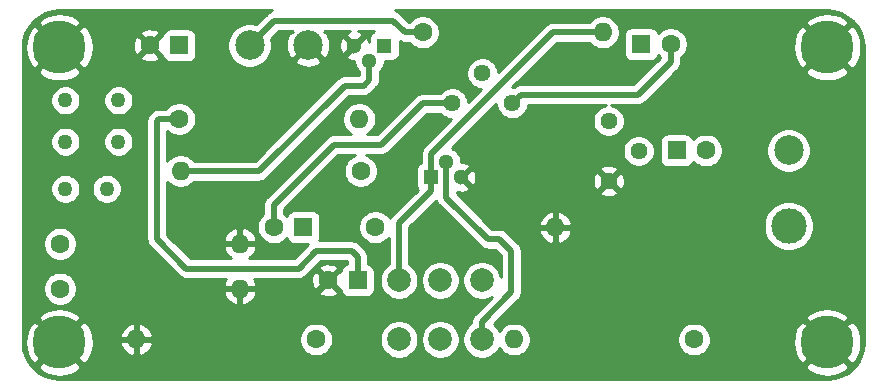
<source format=gbr>
G04 #@! TF.GenerationSoftware,KiCad,Pcbnew,(5.1.5)-3*
G04 #@! TF.CreationDate,2020-05-06T20:42:18-04:00*
G04 #@! TF.ProjectId,2ToneSineGenSSB,32546f6e-6553-4696-9e65-47656e535342,rev?*
G04 #@! TF.SameCoordinates,Original*
G04 #@! TF.FileFunction,Copper,L2,Bot*
G04 #@! TF.FilePolarity,Positive*
%FSLAX46Y46*%
G04 Gerber Fmt 4.6, Leading zero omitted, Abs format (unit mm)*
G04 Created by KiCad (PCBNEW (5.1.5)-3) date 2020-05-06 20:42:18*
%MOMM*%
%LPD*%
G04 APERTURE LIST*
%ADD10C,3.000000*%
%ADD11C,4.500000*%
%ADD12C,2.500000*%
%ADD13C,2.000000*%
%ADD14C,1.440000*%
%ADD15O,1.600000X1.600000*%
%ADD16C,1.600000*%
%ADD17R,1.300000X1.300000*%
%ADD18C,1.300000*%
%ADD19C,2.499360*%
%ADD20R,1.600000X1.600000*%
%ADD21C,1.270000*%
%ADD22C,0.500000*%
%ADD23C,0.254000*%
G04 APERTURE END LIST*
D10*
X187000000Y-88400000D03*
D11*
X190250000Y-98250000D03*
X125250000Y-98250000D03*
X190250000Y-73250000D03*
X125250000Y-73250000D03*
D12*
X146300000Y-73100000D03*
D13*
X161000000Y-93000000D03*
X161000000Y-98000000D03*
X157500000Y-98000000D03*
X157500000Y-93000000D03*
X154000000Y-93000000D03*
X154000000Y-98000000D03*
D14*
X171750000Y-84580000D03*
X174290000Y-82040000D03*
X171750000Y-79500000D03*
X163580000Y-78000000D03*
X161040000Y-75460000D03*
X158500000Y-78000000D03*
D15*
X150640000Y-79350000D03*
D16*
X135400000Y-79350000D03*
D15*
X171240000Y-72000000D03*
D16*
X156000000Y-72000000D03*
D15*
X163750000Y-98000000D03*
D16*
X178990000Y-98000000D03*
D15*
X135510000Y-83750000D03*
D16*
X150750000Y-83750000D03*
D15*
X167240000Y-88500000D03*
D16*
X152000000Y-88500000D03*
D15*
X140540000Y-89900000D03*
D16*
X125300000Y-89900000D03*
D15*
X131760000Y-98000000D03*
D16*
X147000000Y-98000000D03*
D15*
X140540000Y-93700000D03*
D16*
X125300000Y-93700000D03*
D17*
X152770000Y-73130000D03*
D18*
X150230000Y-73130000D03*
X151500000Y-74400000D03*
D17*
X156730000Y-84270000D03*
D18*
X159270000Y-84270000D03*
X158000000Y-83000000D03*
D19*
X187000000Y-82000000D03*
X141350000Y-73100000D03*
D20*
X177500000Y-82000000D03*
D16*
X180000000Y-82000000D03*
X177000000Y-73000000D03*
D20*
X174500000Y-73000000D03*
D16*
X143400000Y-88500000D03*
D20*
X145900000Y-88500000D03*
D21*
X125750000Y-85250000D03*
X129250001Y-85250000D03*
D16*
X148000000Y-93000000D03*
D20*
X150500000Y-93000000D03*
D16*
X132900000Y-73100000D03*
D20*
X135400000Y-73100000D03*
D21*
X125750000Y-77749999D03*
X125750000Y-81250000D03*
X130250000Y-77750000D03*
X130250000Y-81250001D03*
D22*
X156730000Y-85420000D02*
X154000000Y-88150000D01*
X156730000Y-84270000D02*
X156730000Y-85420000D01*
X154000000Y-88150000D02*
X154000000Y-93000000D01*
X156730000Y-84270000D02*
X156730000Y-82270000D01*
X156730000Y-82270000D02*
X167000000Y-72000000D01*
X167000000Y-72000000D02*
X171240000Y-72000000D01*
X141350000Y-73100000D02*
X143450000Y-71000000D01*
X143450000Y-71000000D02*
X153500000Y-71000000D01*
X154500000Y-72000000D02*
X156000000Y-72000000D01*
X153500000Y-71000000D02*
X154500000Y-72000000D01*
X150500000Y-91000000D02*
X150500000Y-93000000D01*
X147000000Y-90500000D02*
X150000000Y-90500000D01*
X145500000Y-92000000D02*
X147000000Y-90500000D01*
X133650000Y-79350000D02*
X133500000Y-79500000D01*
X133500000Y-89500000D02*
X136000000Y-92000000D01*
X135400000Y-79350000D02*
X133650000Y-79350000D01*
X150000000Y-90500000D02*
X150500000Y-91000000D01*
X133500000Y-79500000D02*
X133500000Y-89500000D01*
X136000000Y-92000000D02*
X145500000Y-92000000D01*
X142150000Y-83750000D02*
X149400000Y-76500000D01*
X135510000Y-83750000D02*
X142150000Y-83750000D01*
X149400000Y-76500000D02*
X151000000Y-76500000D01*
X151500000Y-76000000D02*
X151500000Y-74400000D01*
X151000000Y-76500000D02*
X151500000Y-76000000D01*
X158000000Y-86000000D02*
X158000000Y-83000000D01*
X161500000Y-89500000D02*
X158000000Y-86000000D01*
X162500000Y-89500000D02*
X161500000Y-89500000D01*
X163500000Y-90500000D02*
X162500000Y-89500000D01*
X163500000Y-94000000D02*
X163500000Y-90500000D01*
X161000000Y-96500000D02*
X163500000Y-94000000D01*
X161000000Y-98000000D02*
X161000000Y-96500000D01*
X158500000Y-78000000D02*
X156000000Y-78000000D01*
X156000000Y-78000000D02*
X152500000Y-81500000D01*
X152500000Y-81500000D02*
X148500000Y-81500000D01*
X143400000Y-86600000D02*
X143400000Y-88500000D01*
X148500000Y-81500000D02*
X143400000Y-86600000D01*
X164299999Y-77280001D02*
X174219999Y-77280001D01*
X163580000Y-78000000D02*
X164299999Y-77280001D01*
X177000000Y-74500000D02*
X177000000Y-73000000D01*
X174219999Y-77280001D02*
X177000000Y-74500000D01*
D23*
G36*
X143109687Y-70178411D02*
G01*
X142955941Y-70260589D01*
X142955939Y-70260590D01*
X142955940Y-70260590D01*
X142854953Y-70343468D01*
X142854951Y-70343470D01*
X142821183Y-70371183D01*
X142793470Y-70404951D01*
X141907472Y-71290949D01*
X141899741Y-71287747D01*
X141535625Y-71215320D01*
X141164375Y-71215320D01*
X140800259Y-71287747D01*
X140457269Y-71429818D01*
X140148587Y-71636074D01*
X139886074Y-71898587D01*
X139679818Y-72207269D01*
X139537747Y-72550259D01*
X139465320Y-72914375D01*
X139465320Y-73285625D01*
X139537747Y-73649741D01*
X139679818Y-73992731D01*
X139886074Y-74301413D01*
X140148587Y-74563926D01*
X140457269Y-74770182D01*
X140800259Y-74912253D01*
X141164375Y-74984680D01*
X141535625Y-74984680D01*
X141899741Y-74912253D01*
X142242731Y-74770182D01*
X142551413Y-74563926D01*
X142701734Y-74413605D01*
X145166000Y-74413605D01*
X145291914Y-74703577D01*
X145624126Y-74869433D01*
X145982312Y-74967290D01*
X146352706Y-74993389D01*
X146721075Y-74946725D01*
X147073262Y-74829094D01*
X147308086Y-74703577D01*
X147434000Y-74413605D01*
X146300000Y-73279605D01*
X145166000Y-74413605D01*
X142701734Y-74413605D01*
X142813926Y-74301413D01*
X143020182Y-73992731D01*
X143162253Y-73649741D01*
X143234680Y-73285625D01*
X143234680Y-72914375D01*
X143162253Y-72550259D01*
X143159051Y-72542528D01*
X143816579Y-71885000D01*
X144905392Y-71885000D01*
X144986393Y-71966001D01*
X144696423Y-72091914D01*
X144530567Y-72424126D01*
X144432710Y-72782312D01*
X144406611Y-73152706D01*
X144453275Y-73521075D01*
X144570906Y-73873262D01*
X144696423Y-74108086D01*
X144986395Y-74234000D01*
X146120395Y-73100000D01*
X146106253Y-73085858D01*
X146285858Y-72906253D01*
X146300000Y-72920395D01*
X146314143Y-72906253D01*
X146493748Y-73085858D01*
X146479605Y-73100000D01*
X147613605Y-74234000D01*
X147903577Y-74108086D01*
X148069433Y-73775874D01*
X148167290Y-73417688D01*
X148182174Y-73206455D01*
X148941048Y-73206455D01*
X148980730Y-73456449D01*
X149068422Y-73693896D01*
X149115799Y-73782534D01*
X149344473Y-73835922D01*
X150050395Y-73130000D01*
X149344473Y-72424078D01*
X149115799Y-72477466D01*
X149009905Y-72707374D01*
X148950898Y-72953524D01*
X148941048Y-73206455D01*
X148182174Y-73206455D01*
X148193389Y-73047294D01*
X148146725Y-72678925D01*
X148029094Y-72326738D01*
X147903577Y-72091914D01*
X147613607Y-71966001D01*
X147694608Y-71885000D01*
X149891989Y-71885000D01*
X149666104Y-71968422D01*
X149577466Y-72015799D01*
X149524078Y-72244473D01*
X150230000Y-72950395D01*
X150935922Y-72244473D01*
X150882534Y-72015799D01*
X150652626Y-71909905D01*
X150548734Y-71885000D01*
X151893944Y-71885000D01*
X151875820Y-71890498D01*
X151765506Y-71949463D01*
X151668815Y-72028815D01*
X151589463Y-72125506D01*
X151530498Y-72235820D01*
X151494188Y-72355518D01*
X151481928Y-72480000D01*
X151481928Y-72820296D01*
X151479270Y-72803551D01*
X151391578Y-72566104D01*
X151344201Y-72477466D01*
X151115527Y-72424078D01*
X150409605Y-73130000D01*
X150423748Y-73144143D01*
X150244143Y-73323748D01*
X150230000Y-73309605D01*
X149524078Y-74015527D01*
X149577466Y-74244201D01*
X149807374Y-74350095D01*
X150053524Y-74409102D01*
X150215000Y-74415390D01*
X150215000Y-74526561D01*
X150264381Y-74774821D01*
X150361247Y-75008676D01*
X150501875Y-75219140D01*
X150615000Y-75332265D01*
X150615000Y-75615000D01*
X149443465Y-75615000D01*
X149399999Y-75610719D01*
X149356533Y-75615000D01*
X149356523Y-75615000D01*
X149226510Y-75627805D01*
X149059687Y-75678411D01*
X148905941Y-75760589D01*
X148905939Y-75760590D01*
X148905940Y-75760590D01*
X148804953Y-75843468D01*
X148804951Y-75843470D01*
X148771183Y-75871183D01*
X148743470Y-75904951D01*
X141783422Y-82865000D01*
X136644521Y-82865000D01*
X136624637Y-82835241D01*
X136424759Y-82635363D01*
X136189727Y-82478320D01*
X135928574Y-82370147D01*
X135651335Y-82315000D01*
X135368665Y-82315000D01*
X135091426Y-82370147D01*
X134830273Y-82478320D01*
X134595241Y-82635363D01*
X134395363Y-82835241D01*
X134385000Y-82850750D01*
X134385000Y-80364396D01*
X134485241Y-80464637D01*
X134720273Y-80621680D01*
X134981426Y-80729853D01*
X135258665Y-80785000D01*
X135541335Y-80785000D01*
X135818574Y-80729853D01*
X136079727Y-80621680D01*
X136314759Y-80464637D01*
X136514637Y-80264759D01*
X136671680Y-80029727D01*
X136779853Y-79768574D01*
X136835000Y-79491335D01*
X136835000Y-79208665D01*
X136779853Y-78931426D01*
X136671680Y-78670273D01*
X136514637Y-78435241D01*
X136314759Y-78235363D01*
X136079727Y-78078320D01*
X135818574Y-77970147D01*
X135541335Y-77915000D01*
X135258665Y-77915000D01*
X134981426Y-77970147D01*
X134720273Y-78078320D01*
X134485241Y-78235363D01*
X134285363Y-78435241D01*
X134265479Y-78465000D01*
X133693466Y-78465000D01*
X133649999Y-78460719D01*
X133606533Y-78465000D01*
X133606523Y-78465000D01*
X133476510Y-78477805D01*
X133309687Y-78528411D01*
X133155941Y-78610589D01*
X133021183Y-78721183D01*
X132993466Y-78754956D01*
X132904956Y-78843466D01*
X132871183Y-78871183D01*
X132760589Y-79005942D01*
X132678411Y-79159688D01*
X132627805Y-79326511D01*
X132615000Y-79456524D01*
X132615000Y-79456531D01*
X132610719Y-79500000D01*
X132615000Y-79543469D01*
X132615001Y-89456521D01*
X132610719Y-89500000D01*
X132627805Y-89673490D01*
X132678412Y-89840313D01*
X132760590Y-89994059D01*
X132843468Y-90095046D01*
X132843471Y-90095049D01*
X132871184Y-90128817D01*
X132904951Y-90156529D01*
X135343470Y-92595049D01*
X135371183Y-92628817D01*
X135404951Y-92656530D01*
X135404953Y-92656532D01*
X135502499Y-92736586D01*
X135505941Y-92739411D01*
X135659687Y-92821589D01*
X135826510Y-92872195D01*
X135956523Y-92885000D01*
X135956531Y-92885000D01*
X136000000Y-92889281D01*
X136043469Y-92885000D01*
X139366469Y-92885000D01*
X139308963Y-92962580D01*
X139188754Y-93216913D01*
X139148096Y-93350961D01*
X139270085Y-93573000D01*
X140413000Y-93573000D01*
X140413000Y-93553000D01*
X140667000Y-93553000D01*
X140667000Y-93573000D01*
X141809915Y-93573000D01*
X141931904Y-93350961D01*
X141891246Y-93216913D01*
X141822051Y-93070512D01*
X146559783Y-93070512D01*
X146601213Y-93350130D01*
X146696397Y-93616292D01*
X146763329Y-93741514D01*
X147007298Y-93813097D01*
X147820395Y-93000000D01*
X147007298Y-92186903D01*
X146763329Y-92258486D01*
X146642429Y-92513996D01*
X146573700Y-92788184D01*
X146559783Y-93070512D01*
X141822051Y-93070512D01*
X141771037Y-92962580D01*
X141713531Y-92885000D01*
X145456531Y-92885000D01*
X145500000Y-92889281D01*
X145543469Y-92885000D01*
X145543477Y-92885000D01*
X145673490Y-92872195D01*
X145840313Y-92821589D01*
X145994059Y-92739411D01*
X146128817Y-92628817D01*
X146156534Y-92595044D01*
X146744280Y-92007298D01*
X147186903Y-92007298D01*
X148000000Y-92820395D01*
X148813097Y-92007298D01*
X148741514Y-91763329D01*
X148486004Y-91642429D01*
X148211816Y-91573700D01*
X147929488Y-91559783D01*
X147649870Y-91601213D01*
X147383708Y-91696397D01*
X147258486Y-91763329D01*
X147186903Y-92007298D01*
X146744280Y-92007298D01*
X147366579Y-91385000D01*
X149615000Y-91385000D01*
X149615000Y-91570299D01*
X149575518Y-91574188D01*
X149455820Y-91610498D01*
X149345506Y-91669463D01*
X149248815Y-91748815D01*
X149169463Y-91845506D01*
X149110498Y-91955820D01*
X149074188Y-92075518D01*
X149061928Y-92200000D01*
X149061928Y-92207215D01*
X148992702Y-92186903D01*
X148179605Y-93000000D01*
X148992702Y-93813097D01*
X149061928Y-93792785D01*
X149061928Y-93800000D01*
X149074188Y-93924482D01*
X149110498Y-94044180D01*
X149169463Y-94154494D01*
X149248815Y-94251185D01*
X149345506Y-94330537D01*
X149455820Y-94389502D01*
X149575518Y-94425812D01*
X149700000Y-94438072D01*
X151300000Y-94438072D01*
X151424482Y-94425812D01*
X151544180Y-94389502D01*
X151654494Y-94330537D01*
X151751185Y-94251185D01*
X151830537Y-94154494D01*
X151889502Y-94044180D01*
X151925812Y-93924482D01*
X151938072Y-93800000D01*
X151938072Y-92200000D01*
X151925812Y-92075518D01*
X151889502Y-91955820D01*
X151830537Y-91845506D01*
X151751185Y-91748815D01*
X151654494Y-91669463D01*
X151544180Y-91610498D01*
X151424482Y-91574188D01*
X151385000Y-91570299D01*
X151385000Y-91043469D01*
X151389281Y-91000000D01*
X151385000Y-90956531D01*
X151385000Y-90956523D01*
X151372195Y-90826510D01*
X151321589Y-90659687D01*
X151239411Y-90505941D01*
X151128817Y-90371183D01*
X151095045Y-90343467D01*
X150656534Y-89904956D01*
X150628817Y-89871183D01*
X150494059Y-89760589D01*
X150340313Y-89678411D01*
X150173490Y-89627805D01*
X150043477Y-89615000D01*
X150043469Y-89615000D01*
X150000000Y-89610719D01*
X149956531Y-89615000D01*
X147251647Y-89615000D01*
X147289502Y-89544180D01*
X147325812Y-89424482D01*
X147338072Y-89300000D01*
X147338072Y-87700000D01*
X147325812Y-87575518D01*
X147289502Y-87455820D01*
X147230537Y-87345506D01*
X147151185Y-87248815D01*
X147054494Y-87169463D01*
X146944180Y-87110498D01*
X146824482Y-87074188D01*
X146700000Y-87061928D01*
X145100000Y-87061928D01*
X144975518Y-87074188D01*
X144855820Y-87110498D01*
X144745506Y-87169463D01*
X144648815Y-87248815D01*
X144569463Y-87345506D01*
X144510498Y-87455820D01*
X144481339Y-87551943D01*
X144314759Y-87385363D01*
X144285000Y-87365479D01*
X144285000Y-86966578D01*
X148866579Y-82385000D01*
X150295568Y-82385000D01*
X150070273Y-82478320D01*
X149835241Y-82635363D01*
X149635363Y-82835241D01*
X149478320Y-83070273D01*
X149370147Y-83331426D01*
X149315000Y-83608665D01*
X149315000Y-83891335D01*
X149370147Y-84168574D01*
X149478320Y-84429727D01*
X149635363Y-84664759D01*
X149835241Y-84864637D01*
X150070273Y-85021680D01*
X150331426Y-85129853D01*
X150608665Y-85185000D01*
X150891335Y-85185000D01*
X151168574Y-85129853D01*
X151429727Y-85021680D01*
X151664759Y-84864637D01*
X151864637Y-84664759D01*
X152021680Y-84429727D01*
X152129853Y-84168574D01*
X152185000Y-83891335D01*
X152185000Y-83608665D01*
X152129853Y-83331426D01*
X152021680Y-83070273D01*
X151864637Y-82835241D01*
X151664759Y-82635363D01*
X151429727Y-82478320D01*
X151204432Y-82385000D01*
X152456531Y-82385000D01*
X152500000Y-82389281D01*
X152543469Y-82385000D01*
X152543477Y-82385000D01*
X152673490Y-82372195D01*
X152840313Y-82321589D01*
X152994059Y-82239411D01*
X153128817Y-82128817D01*
X153156534Y-82095044D01*
X156366579Y-78885000D01*
X157468741Y-78885000D01*
X157636238Y-79052497D01*
X157858167Y-79200785D01*
X158104761Y-79302928D01*
X158366544Y-79355000D01*
X158393422Y-79355000D01*
X156134952Y-81613470D01*
X156101184Y-81641183D01*
X156073471Y-81674951D01*
X156073468Y-81674954D01*
X155990590Y-81775941D01*
X155908412Y-81929687D01*
X155857805Y-82096510D01*
X155840719Y-82270000D01*
X155845001Y-82313479D01*
X155845001Y-83027713D01*
X155835820Y-83030498D01*
X155725506Y-83089463D01*
X155628815Y-83168815D01*
X155549463Y-83265506D01*
X155490498Y-83375820D01*
X155454188Y-83495518D01*
X155441928Y-83620000D01*
X155441928Y-84920000D01*
X155454188Y-85044482D01*
X155490498Y-85164180D01*
X155549463Y-85274494D01*
X155583028Y-85315393D01*
X153404956Y-87493466D01*
X153371183Y-87521183D01*
X153260589Y-87655942D01*
X153216719Y-87738018D01*
X153114637Y-87585241D01*
X152914759Y-87385363D01*
X152679727Y-87228320D01*
X152418574Y-87120147D01*
X152141335Y-87065000D01*
X151858665Y-87065000D01*
X151581426Y-87120147D01*
X151320273Y-87228320D01*
X151085241Y-87385363D01*
X150885363Y-87585241D01*
X150728320Y-87820273D01*
X150620147Y-88081426D01*
X150565000Y-88358665D01*
X150565000Y-88641335D01*
X150620147Y-88918574D01*
X150728320Y-89179727D01*
X150885363Y-89414759D01*
X151085241Y-89614637D01*
X151320273Y-89771680D01*
X151581426Y-89879853D01*
X151858665Y-89935000D01*
X152141335Y-89935000D01*
X152418574Y-89879853D01*
X152679727Y-89771680D01*
X152914759Y-89614637D01*
X153114637Y-89414759D01*
X153115000Y-89414215D01*
X153115001Y-91624940D01*
X152957748Y-91730013D01*
X152730013Y-91957748D01*
X152551082Y-92225537D01*
X152427832Y-92523088D01*
X152365000Y-92838967D01*
X152365000Y-93161033D01*
X152427832Y-93476912D01*
X152551082Y-93774463D01*
X152730013Y-94042252D01*
X152957748Y-94269987D01*
X153225537Y-94448918D01*
X153523088Y-94572168D01*
X153838967Y-94635000D01*
X154161033Y-94635000D01*
X154476912Y-94572168D01*
X154774463Y-94448918D01*
X155042252Y-94269987D01*
X155269987Y-94042252D01*
X155448918Y-93774463D01*
X155572168Y-93476912D01*
X155635000Y-93161033D01*
X155635000Y-92838967D01*
X155865000Y-92838967D01*
X155865000Y-93161033D01*
X155927832Y-93476912D01*
X156051082Y-93774463D01*
X156230013Y-94042252D01*
X156457748Y-94269987D01*
X156725537Y-94448918D01*
X157023088Y-94572168D01*
X157338967Y-94635000D01*
X157661033Y-94635000D01*
X157976912Y-94572168D01*
X158274463Y-94448918D01*
X158542252Y-94269987D01*
X158769987Y-94042252D01*
X158948918Y-93774463D01*
X159072168Y-93476912D01*
X159135000Y-93161033D01*
X159135000Y-92838967D01*
X159072168Y-92523088D01*
X158948918Y-92225537D01*
X158769987Y-91957748D01*
X158542252Y-91730013D01*
X158274463Y-91551082D01*
X157976912Y-91427832D01*
X157661033Y-91365000D01*
X157338967Y-91365000D01*
X157023088Y-91427832D01*
X156725537Y-91551082D01*
X156457748Y-91730013D01*
X156230013Y-91957748D01*
X156051082Y-92225537D01*
X155927832Y-92523088D01*
X155865000Y-92838967D01*
X155635000Y-92838967D01*
X155572168Y-92523088D01*
X155448918Y-92225537D01*
X155269987Y-91957748D01*
X155042252Y-91730013D01*
X154885000Y-91624941D01*
X154885000Y-88516578D01*
X157151146Y-86250433D01*
X157178411Y-86340312D01*
X157260589Y-86494058D01*
X157371183Y-86628817D01*
X157404956Y-86656534D01*
X160843470Y-90095049D01*
X160871183Y-90128817D01*
X160904951Y-90156530D01*
X160904953Y-90156532D01*
X160931613Y-90178411D01*
X161005941Y-90239411D01*
X161159687Y-90321589D01*
X161326510Y-90372195D01*
X161456523Y-90385000D01*
X161456533Y-90385000D01*
X161499999Y-90389281D01*
X161543465Y-90385000D01*
X162133422Y-90385000D01*
X162615001Y-90866580D01*
X162615000Y-92738422D01*
X162572168Y-92523088D01*
X162448918Y-92225537D01*
X162269987Y-91957748D01*
X162042252Y-91730013D01*
X161774463Y-91551082D01*
X161476912Y-91427832D01*
X161161033Y-91365000D01*
X160838967Y-91365000D01*
X160523088Y-91427832D01*
X160225537Y-91551082D01*
X159957748Y-91730013D01*
X159730013Y-91957748D01*
X159551082Y-92225537D01*
X159427832Y-92523088D01*
X159365000Y-92838967D01*
X159365000Y-93161033D01*
X159427832Y-93476912D01*
X159551082Y-93774463D01*
X159730013Y-94042252D01*
X159957748Y-94269987D01*
X160225537Y-94448918D01*
X160523088Y-94572168D01*
X160838967Y-94635000D01*
X161161033Y-94635000D01*
X161476912Y-94572168D01*
X161774463Y-94448918D01*
X161849927Y-94398495D01*
X160404951Y-95843471D01*
X160371184Y-95871183D01*
X160343471Y-95904951D01*
X160343468Y-95904954D01*
X160260590Y-96005941D01*
X160178412Y-96159687D01*
X160127805Y-96326510D01*
X160110719Y-96500000D01*
X160115001Y-96543479D01*
X160115001Y-96624940D01*
X159957748Y-96730013D01*
X159730013Y-96957748D01*
X159551082Y-97225537D01*
X159427832Y-97523088D01*
X159365000Y-97838967D01*
X159365000Y-98161033D01*
X159427832Y-98476912D01*
X159551082Y-98774463D01*
X159730013Y-99042252D01*
X159957748Y-99269987D01*
X160225537Y-99448918D01*
X160523088Y-99572168D01*
X160838967Y-99635000D01*
X161161033Y-99635000D01*
X161476912Y-99572168D01*
X161774463Y-99448918D01*
X162042252Y-99269987D01*
X162269987Y-99042252D01*
X162448918Y-98774463D01*
X162484394Y-98688817D01*
X162635363Y-98914759D01*
X162835241Y-99114637D01*
X163070273Y-99271680D01*
X163331426Y-99379853D01*
X163608665Y-99435000D01*
X163891335Y-99435000D01*
X164168574Y-99379853D01*
X164429727Y-99271680D01*
X164664759Y-99114637D01*
X164864637Y-98914759D01*
X165021680Y-98679727D01*
X165129853Y-98418574D01*
X165185000Y-98141335D01*
X165185000Y-97858665D01*
X177555000Y-97858665D01*
X177555000Y-98141335D01*
X177610147Y-98418574D01*
X177718320Y-98679727D01*
X177875363Y-98914759D01*
X178075241Y-99114637D01*
X178310273Y-99271680D01*
X178571426Y-99379853D01*
X178848665Y-99435000D01*
X179131335Y-99435000D01*
X179408574Y-99379853D01*
X179669727Y-99271680D01*
X179904759Y-99114637D01*
X180104637Y-98914759D01*
X180261680Y-98679727D01*
X180369853Y-98418574D01*
X180400759Y-98263199D01*
X187351072Y-98263199D01*
X187409348Y-98828498D01*
X187576790Y-99371566D01*
X187832296Y-99849584D01*
X188224660Y-100095735D01*
X190070395Y-98250000D01*
X190429605Y-98250000D01*
X192275340Y-100095735D01*
X192667704Y-99849584D01*
X192933312Y-99347178D01*
X193095801Y-98802607D01*
X193148928Y-98236801D01*
X193090652Y-97671502D01*
X192923210Y-97128434D01*
X192667704Y-96650416D01*
X192275340Y-96404265D01*
X190429605Y-98250000D01*
X190070395Y-98250000D01*
X188224660Y-96404265D01*
X187832296Y-96650416D01*
X187566688Y-97152822D01*
X187404199Y-97697393D01*
X187351072Y-98263199D01*
X180400759Y-98263199D01*
X180425000Y-98141335D01*
X180425000Y-97858665D01*
X180369853Y-97581426D01*
X180261680Y-97320273D01*
X180104637Y-97085241D01*
X179904759Y-96885363D01*
X179669727Y-96728320D01*
X179408574Y-96620147D01*
X179131335Y-96565000D01*
X178848665Y-96565000D01*
X178571426Y-96620147D01*
X178310273Y-96728320D01*
X178075241Y-96885363D01*
X177875363Y-97085241D01*
X177718320Y-97320273D01*
X177610147Y-97581426D01*
X177555000Y-97858665D01*
X165185000Y-97858665D01*
X165129853Y-97581426D01*
X165021680Y-97320273D01*
X164864637Y-97085241D01*
X164664759Y-96885363D01*
X164429727Y-96728320D01*
X164168574Y-96620147D01*
X163891335Y-96565000D01*
X163608665Y-96565000D01*
X163331426Y-96620147D01*
X163070273Y-96728320D01*
X162835241Y-96885363D01*
X162635363Y-97085241D01*
X162484394Y-97311183D01*
X162448918Y-97225537D01*
X162269987Y-96957748D01*
X162042252Y-96730013D01*
X162029851Y-96721727D01*
X162526918Y-96224660D01*
X188404265Y-96224660D01*
X190250000Y-98070395D01*
X192095735Y-96224660D01*
X191849584Y-95832296D01*
X191347178Y-95566688D01*
X190802607Y-95404199D01*
X190236801Y-95351072D01*
X189671502Y-95409348D01*
X189128434Y-95576790D01*
X188650416Y-95832296D01*
X188404265Y-96224660D01*
X162526918Y-96224660D01*
X164095050Y-94656529D01*
X164128817Y-94628817D01*
X164239411Y-94494059D01*
X164321589Y-94340313D01*
X164372195Y-94173490D01*
X164385000Y-94043477D01*
X164385000Y-94043469D01*
X164389281Y-94000000D01*
X164385000Y-93956531D01*
X164385000Y-90543469D01*
X164389281Y-90500000D01*
X164385000Y-90456531D01*
X164385000Y-90456523D01*
X164372195Y-90326510D01*
X164348694Y-90249039D01*
X164321589Y-90159686D01*
X164239411Y-90005941D01*
X164156532Y-89904953D01*
X164156530Y-89904951D01*
X164128817Y-89871183D01*
X164095049Y-89843470D01*
X163156534Y-88904956D01*
X163128817Y-88871183D01*
X163101835Y-88849039D01*
X165848096Y-88849039D01*
X165888754Y-88983087D01*
X166008963Y-89237420D01*
X166176481Y-89463414D01*
X166384869Y-89652385D01*
X166626119Y-89797070D01*
X166890960Y-89891909D01*
X167113000Y-89770624D01*
X167113000Y-88627000D01*
X167367000Y-88627000D01*
X167367000Y-89770624D01*
X167589040Y-89891909D01*
X167853881Y-89797070D01*
X168095131Y-89652385D01*
X168303519Y-89463414D01*
X168471037Y-89237420D01*
X168591246Y-88983087D01*
X168631904Y-88849039D01*
X168509915Y-88627000D01*
X167367000Y-88627000D01*
X167113000Y-88627000D01*
X165970085Y-88627000D01*
X165848096Y-88849039D01*
X163101835Y-88849039D01*
X162994059Y-88760589D01*
X162840313Y-88678411D01*
X162673490Y-88627805D01*
X162543477Y-88615000D01*
X162543469Y-88615000D01*
X162500000Y-88610719D01*
X162456531Y-88615000D01*
X161866579Y-88615000D01*
X161402540Y-88150961D01*
X165848096Y-88150961D01*
X165970085Y-88373000D01*
X167113000Y-88373000D01*
X167113000Y-87229376D01*
X167367000Y-87229376D01*
X167367000Y-88373000D01*
X168509915Y-88373000D01*
X168610609Y-88189721D01*
X184865000Y-88189721D01*
X184865000Y-88610279D01*
X184947047Y-89022756D01*
X185107988Y-89411302D01*
X185341637Y-89760983D01*
X185639017Y-90058363D01*
X185988698Y-90292012D01*
X186377244Y-90452953D01*
X186789721Y-90535000D01*
X187210279Y-90535000D01*
X187622756Y-90452953D01*
X188011302Y-90292012D01*
X188360983Y-90058363D01*
X188658363Y-89760983D01*
X188892012Y-89411302D01*
X189052953Y-89022756D01*
X189135000Y-88610279D01*
X189135000Y-88189721D01*
X189052953Y-87777244D01*
X188892012Y-87388698D01*
X188658363Y-87039017D01*
X188360983Y-86741637D01*
X188011302Y-86507988D01*
X187622756Y-86347047D01*
X187210279Y-86265000D01*
X186789721Y-86265000D01*
X186377244Y-86347047D01*
X185988698Y-86507988D01*
X185639017Y-86741637D01*
X185341637Y-87039017D01*
X185107988Y-87388698D01*
X184947047Y-87777244D01*
X184865000Y-88189721D01*
X168610609Y-88189721D01*
X168631904Y-88150961D01*
X168591246Y-88016913D01*
X168471037Y-87762580D01*
X168303519Y-87536586D01*
X168095131Y-87347615D01*
X167853881Y-87202930D01*
X167589040Y-87108091D01*
X167367000Y-87229376D01*
X167113000Y-87229376D01*
X166890960Y-87108091D01*
X166626119Y-87202930D01*
X166384869Y-87347615D01*
X166176481Y-87536586D01*
X166008963Y-87762580D01*
X165888754Y-88016913D01*
X165848096Y-88150961D01*
X161402540Y-88150961D01*
X158885000Y-85633422D01*
X158885000Y-85499115D01*
X159093524Y-85549102D01*
X159346455Y-85558952D01*
X159596449Y-85519270D01*
X159606494Y-85515560D01*
X170994045Y-85515560D01*
X171055932Y-85751368D01*
X171297790Y-85864266D01*
X171557027Y-85927811D01*
X171823680Y-85939561D01*
X172087501Y-85899063D01*
X172338353Y-85807875D01*
X172444068Y-85751368D01*
X172505955Y-85515560D01*
X171750000Y-84759605D01*
X170994045Y-85515560D01*
X159606494Y-85515560D01*
X159833896Y-85431578D01*
X159922534Y-85384201D01*
X159975922Y-85155527D01*
X159270000Y-84449605D01*
X159255858Y-84463748D01*
X159076253Y-84284143D01*
X159090395Y-84270000D01*
X159449605Y-84270000D01*
X160155527Y-84975922D01*
X160384201Y-84922534D01*
X160490095Y-84692626D01*
X160499431Y-84653680D01*
X170390439Y-84653680D01*
X170430937Y-84917501D01*
X170522125Y-85168353D01*
X170578632Y-85274068D01*
X170814440Y-85335955D01*
X171570395Y-84580000D01*
X171929605Y-84580000D01*
X172685560Y-85335955D01*
X172921368Y-85274068D01*
X173034266Y-85032210D01*
X173097811Y-84772973D01*
X173109561Y-84506320D01*
X173069063Y-84242499D01*
X172977875Y-83991647D01*
X172921368Y-83885932D01*
X172685560Y-83824045D01*
X171929605Y-84580000D01*
X171570395Y-84580000D01*
X170814440Y-83824045D01*
X170578632Y-83885932D01*
X170465734Y-84127790D01*
X170402189Y-84387027D01*
X170390439Y-84653680D01*
X160499431Y-84653680D01*
X160549102Y-84446476D01*
X160558952Y-84193545D01*
X160519270Y-83943551D01*
X160431578Y-83706104D01*
X160398619Y-83644440D01*
X170994045Y-83644440D01*
X171750000Y-84400395D01*
X172505955Y-83644440D01*
X172444068Y-83408632D01*
X172202210Y-83295734D01*
X171942973Y-83232189D01*
X171676320Y-83220439D01*
X171412499Y-83260937D01*
X171161647Y-83352125D01*
X171055932Y-83408632D01*
X170994045Y-83644440D01*
X160398619Y-83644440D01*
X160384201Y-83617466D01*
X160155527Y-83564078D01*
X159449605Y-84270000D01*
X159090395Y-84270000D01*
X159076253Y-84255858D01*
X159255858Y-84076253D01*
X159270000Y-84090395D01*
X159975922Y-83384473D01*
X159922534Y-83155799D01*
X159692626Y-83049905D01*
X159446476Y-82990898D01*
X159285000Y-82984610D01*
X159285000Y-82873439D01*
X159235619Y-82625179D01*
X159138753Y-82391324D01*
X158998125Y-82180860D01*
X158819140Y-82001875D01*
X158676468Y-81906544D01*
X172935000Y-81906544D01*
X172935000Y-82173456D01*
X172987072Y-82435239D01*
X173089215Y-82681833D01*
X173237503Y-82903762D01*
X173426238Y-83092497D01*
X173648167Y-83240785D01*
X173894761Y-83342928D01*
X174156544Y-83395000D01*
X174423456Y-83395000D01*
X174685239Y-83342928D01*
X174931833Y-83240785D01*
X175153762Y-83092497D01*
X175342497Y-82903762D01*
X175490785Y-82681833D01*
X175592928Y-82435239D01*
X175645000Y-82173456D01*
X175645000Y-81906544D01*
X175592928Y-81644761D01*
X175490785Y-81398167D01*
X175358375Y-81200000D01*
X176061928Y-81200000D01*
X176061928Y-82800000D01*
X176074188Y-82924482D01*
X176110498Y-83044180D01*
X176169463Y-83154494D01*
X176248815Y-83251185D01*
X176345506Y-83330537D01*
X176455820Y-83389502D01*
X176575518Y-83425812D01*
X176700000Y-83438072D01*
X178300000Y-83438072D01*
X178424482Y-83425812D01*
X178544180Y-83389502D01*
X178654494Y-83330537D01*
X178751185Y-83251185D01*
X178830537Y-83154494D01*
X178889502Y-83044180D01*
X178918661Y-82948057D01*
X179085241Y-83114637D01*
X179320273Y-83271680D01*
X179581426Y-83379853D01*
X179858665Y-83435000D01*
X180141335Y-83435000D01*
X180418574Y-83379853D01*
X180679727Y-83271680D01*
X180914759Y-83114637D01*
X181114637Y-82914759D01*
X181271680Y-82679727D01*
X181379853Y-82418574D01*
X181435000Y-82141335D01*
X181435000Y-81858665D01*
X181426191Y-81814375D01*
X185115320Y-81814375D01*
X185115320Y-82185625D01*
X185187747Y-82549741D01*
X185329818Y-82892731D01*
X185536074Y-83201413D01*
X185798587Y-83463926D01*
X186107269Y-83670182D01*
X186450259Y-83812253D01*
X186814375Y-83884680D01*
X187185625Y-83884680D01*
X187549741Y-83812253D01*
X187892731Y-83670182D01*
X188201413Y-83463926D01*
X188463926Y-83201413D01*
X188670182Y-82892731D01*
X188812253Y-82549741D01*
X188884680Y-82185625D01*
X188884680Y-81814375D01*
X188812253Y-81450259D01*
X188670182Y-81107269D01*
X188463926Y-80798587D01*
X188201413Y-80536074D01*
X187892731Y-80329818D01*
X187549741Y-80187747D01*
X187185625Y-80115320D01*
X186814375Y-80115320D01*
X186450259Y-80187747D01*
X186107269Y-80329818D01*
X185798587Y-80536074D01*
X185536074Y-80798587D01*
X185329818Y-81107269D01*
X185187747Y-81450259D01*
X185115320Y-81814375D01*
X181426191Y-81814375D01*
X181379853Y-81581426D01*
X181271680Y-81320273D01*
X181114637Y-81085241D01*
X180914759Y-80885363D01*
X180679727Y-80728320D01*
X180418574Y-80620147D01*
X180141335Y-80565000D01*
X179858665Y-80565000D01*
X179581426Y-80620147D01*
X179320273Y-80728320D01*
X179085241Y-80885363D01*
X178918661Y-81051943D01*
X178889502Y-80955820D01*
X178830537Y-80845506D01*
X178751185Y-80748815D01*
X178654494Y-80669463D01*
X178544180Y-80610498D01*
X178424482Y-80574188D01*
X178300000Y-80561928D01*
X176700000Y-80561928D01*
X176575518Y-80574188D01*
X176455820Y-80610498D01*
X176345506Y-80669463D01*
X176248815Y-80748815D01*
X176169463Y-80845506D01*
X176110498Y-80955820D01*
X176074188Y-81075518D01*
X176061928Y-81200000D01*
X175358375Y-81200000D01*
X175342497Y-81176238D01*
X175153762Y-80987503D01*
X174931833Y-80839215D01*
X174685239Y-80737072D01*
X174423456Y-80685000D01*
X174156544Y-80685000D01*
X173894761Y-80737072D01*
X173648167Y-80839215D01*
X173426238Y-80987503D01*
X173237503Y-81176238D01*
X173089215Y-81398167D01*
X172987072Y-81644761D01*
X172935000Y-81906544D01*
X158676468Y-81906544D01*
X158608676Y-81861247D01*
X158454283Y-81797295D01*
X162225000Y-78026578D01*
X162225000Y-78133456D01*
X162277072Y-78395239D01*
X162379215Y-78641833D01*
X162527503Y-78863762D01*
X162716238Y-79052497D01*
X162938167Y-79200785D01*
X163184761Y-79302928D01*
X163446544Y-79355000D01*
X163713456Y-79355000D01*
X163975239Y-79302928D01*
X164221833Y-79200785D01*
X164443762Y-79052497D01*
X164632497Y-78863762D01*
X164780785Y-78641833D01*
X164882928Y-78395239D01*
X164928725Y-78165001D01*
X171515992Y-78165001D01*
X171354761Y-78197072D01*
X171108167Y-78299215D01*
X170886238Y-78447503D01*
X170697503Y-78636238D01*
X170549215Y-78858167D01*
X170447072Y-79104761D01*
X170395000Y-79366544D01*
X170395000Y-79633456D01*
X170447072Y-79895239D01*
X170549215Y-80141833D01*
X170697503Y-80363762D01*
X170886238Y-80552497D01*
X171108167Y-80700785D01*
X171354761Y-80802928D01*
X171616544Y-80855000D01*
X171883456Y-80855000D01*
X172145239Y-80802928D01*
X172391833Y-80700785D01*
X172613762Y-80552497D01*
X172802497Y-80363762D01*
X172950785Y-80141833D01*
X173052928Y-79895239D01*
X173105000Y-79633456D01*
X173105000Y-79366544D01*
X173052928Y-79104761D01*
X172950785Y-78858167D01*
X172802497Y-78636238D01*
X172613762Y-78447503D01*
X172391833Y-78299215D01*
X172145239Y-78197072D01*
X171984008Y-78165001D01*
X174176530Y-78165001D01*
X174219999Y-78169282D01*
X174263468Y-78165001D01*
X174263476Y-78165001D01*
X174393489Y-78152196D01*
X174560312Y-78101590D01*
X174714058Y-78019412D01*
X174848816Y-77908818D01*
X174876533Y-77875045D01*
X177476238Y-75275340D01*
X188404265Y-75275340D01*
X188650416Y-75667704D01*
X189152822Y-75933312D01*
X189697393Y-76095801D01*
X190263199Y-76148928D01*
X190828498Y-76090652D01*
X191371566Y-75923210D01*
X191849584Y-75667704D01*
X192095735Y-75275340D01*
X190250000Y-73429605D01*
X188404265Y-75275340D01*
X177476238Y-75275340D01*
X177595050Y-75156529D01*
X177628817Y-75128817D01*
X177739411Y-74994059D01*
X177821589Y-74840313D01*
X177872195Y-74673490D01*
X177885000Y-74543477D01*
X177885000Y-74543467D01*
X177889281Y-74500001D01*
X177885000Y-74456535D01*
X177885000Y-74134521D01*
X177914759Y-74114637D01*
X178114637Y-73914759D01*
X178271680Y-73679727D01*
X178379853Y-73418574D01*
X178410759Y-73263199D01*
X187351072Y-73263199D01*
X187409348Y-73828498D01*
X187576790Y-74371566D01*
X187832296Y-74849584D01*
X188224660Y-75095735D01*
X190070395Y-73250000D01*
X190429605Y-73250000D01*
X192275340Y-75095735D01*
X192667704Y-74849584D01*
X192933312Y-74347178D01*
X193095801Y-73802607D01*
X193148928Y-73236801D01*
X193090652Y-72671502D01*
X192923210Y-72128434D01*
X192667704Y-71650416D01*
X192275340Y-71404265D01*
X190429605Y-73250000D01*
X190070395Y-73250000D01*
X188224660Y-71404265D01*
X187832296Y-71650416D01*
X187566688Y-72152822D01*
X187404199Y-72697393D01*
X187351072Y-73263199D01*
X178410759Y-73263199D01*
X178435000Y-73141335D01*
X178435000Y-72858665D01*
X178379853Y-72581426D01*
X178271680Y-72320273D01*
X178114637Y-72085241D01*
X177914759Y-71885363D01*
X177679727Y-71728320D01*
X177418574Y-71620147D01*
X177141335Y-71565000D01*
X176858665Y-71565000D01*
X176581426Y-71620147D01*
X176320273Y-71728320D01*
X176085241Y-71885363D01*
X175918661Y-72051943D01*
X175889502Y-71955820D01*
X175830537Y-71845506D01*
X175751185Y-71748815D01*
X175654494Y-71669463D01*
X175544180Y-71610498D01*
X175424482Y-71574188D01*
X175300000Y-71561928D01*
X173700000Y-71561928D01*
X173575518Y-71574188D01*
X173455820Y-71610498D01*
X173345506Y-71669463D01*
X173248815Y-71748815D01*
X173169463Y-71845506D01*
X173110498Y-71955820D01*
X173074188Y-72075518D01*
X173061928Y-72200000D01*
X173061928Y-73800000D01*
X173074188Y-73924482D01*
X173110498Y-74044180D01*
X173169463Y-74154494D01*
X173248815Y-74251185D01*
X173345506Y-74330537D01*
X173455820Y-74389502D01*
X173575518Y-74425812D01*
X173700000Y-74438072D01*
X175300000Y-74438072D01*
X175424482Y-74425812D01*
X175544180Y-74389502D01*
X175654494Y-74330537D01*
X175751185Y-74251185D01*
X175830537Y-74154494D01*
X175889502Y-74044180D01*
X175918661Y-73948057D01*
X176085241Y-74114637D01*
X176114340Y-74134081D01*
X173853421Y-76395001D01*
X164343464Y-76395001D01*
X164299998Y-76390720D01*
X164256532Y-76395001D01*
X164256522Y-76395001D01*
X164126509Y-76407806D01*
X163959686Y-76458412D01*
X163805940Y-76540590D01*
X163805938Y-76540591D01*
X163805939Y-76540591D01*
X163704952Y-76623469D01*
X163704950Y-76623471D01*
X163678717Y-76645000D01*
X163606579Y-76645000D01*
X167366579Y-72885000D01*
X170105479Y-72885000D01*
X170125363Y-72914759D01*
X170325241Y-73114637D01*
X170560273Y-73271680D01*
X170821426Y-73379853D01*
X171098665Y-73435000D01*
X171381335Y-73435000D01*
X171658574Y-73379853D01*
X171919727Y-73271680D01*
X172154759Y-73114637D01*
X172354637Y-72914759D01*
X172511680Y-72679727D01*
X172619853Y-72418574D01*
X172675000Y-72141335D01*
X172675000Y-71858665D01*
X172619853Y-71581426D01*
X172511680Y-71320273D01*
X172447794Y-71224660D01*
X188404265Y-71224660D01*
X190250000Y-73070395D01*
X192095735Y-71224660D01*
X191849584Y-70832296D01*
X191347178Y-70566688D01*
X190802607Y-70404199D01*
X190236801Y-70351072D01*
X189671502Y-70409348D01*
X189128434Y-70576790D01*
X188650416Y-70832296D01*
X188404265Y-71224660D01*
X172447794Y-71224660D01*
X172354637Y-71085241D01*
X172154759Y-70885363D01*
X171919727Y-70728320D01*
X171658574Y-70620147D01*
X171381335Y-70565000D01*
X171098665Y-70565000D01*
X170821426Y-70620147D01*
X170560273Y-70728320D01*
X170325241Y-70885363D01*
X170125363Y-71085241D01*
X170105479Y-71115000D01*
X167043465Y-71115000D01*
X166999999Y-71110719D01*
X166956533Y-71115000D01*
X166956523Y-71115000D01*
X166826510Y-71127805D01*
X166659687Y-71178411D01*
X166505941Y-71260589D01*
X166505939Y-71260590D01*
X166505940Y-71260590D01*
X166404953Y-71343468D01*
X166404951Y-71343470D01*
X166371183Y-71371183D01*
X166343470Y-71404951D01*
X162395000Y-75353421D01*
X162395000Y-75326544D01*
X162342928Y-75064761D01*
X162240785Y-74818167D01*
X162092497Y-74596238D01*
X161903762Y-74407503D01*
X161681833Y-74259215D01*
X161435239Y-74157072D01*
X161173456Y-74105000D01*
X160906544Y-74105000D01*
X160644761Y-74157072D01*
X160398167Y-74259215D01*
X160176238Y-74407503D01*
X159987503Y-74596238D01*
X159839215Y-74818167D01*
X159737072Y-75064761D01*
X159685000Y-75326544D01*
X159685000Y-75593456D01*
X159737072Y-75855239D01*
X159839215Y-76101833D01*
X159987503Y-76323762D01*
X160176238Y-76512497D01*
X160398167Y-76660785D01*
X160644761Y-76762928D01*
X160906544Y-76815000D01*
X160933422Y-76815000D01*
X159855000Y-77893422D01*
X159855000Y-77866544D01*
X159802928Y-77604761D01*
X159700785Y-77358167D01*
X159552497Y-77136238D01*
X159363762Y-76947503D01*
X159141833Y-76799215D01*
X158895239Y-76697072D01*
X158633456Y-76645000D01*
X158366544Y-76645000D01*
X158104761Y-76697072D01*
X157858167Y-76799215D01*
X157636238Y-76947503D01*
X157468741Y-77115000D01*
X156043465Y-77115000D01*
X155999999Y-77110719D01*
X155956533Y-77115000D01*
X155956523Y-77115000D01*
X155826510Y-77127805D01*
X155659687Y-77178411D01*
X155505941Y-77260589D01*
X155505939Y-77260590D01*
X155505940Y-77260590D01*
X155404953Y-77343468D01*
X155404951Y-77343470D01*
X155371183Y-77371183D01*
X155343470Y-77404951D01*
X152133422Y-80615000D01*
X151329724Y-80615000D01*
X151554759Y-80464637D01*
X151754637Y-80264759D01*
X151911680Y-80029727D01*
X152019853Y-79768574D01*
X152075000Y-79491335D01*
X152075000Y-79208665D01*
X152019853Y-78931426D01*
X151911680Y-78670273D01*
X151754637Y-78435241D01*
X151554759Y-78235363D01*
X151319727Y-78078320D01*
X151058574Y-77970147D01*
X150781335Y-77915000D01*
X150498665Y-77915000D01*
X150221426Y-77970147D01*
X149960273Y-78078320D01*
X149725241Y-78235363D01*
X149525363Y-78435241D01*
X149368320Y-78670273D01*
X149260147Y-78931426D01*
X149205000Y-79208665D01*
X149205000Y-79491335D01*
X149260147Y-79768574D01*
X149368320Y-80029727D01*
X149525363Y-80264759D01*
X149725241Y-80464637D01*
X149950276Y-80615000D01*
X148543465Y-80615000D01*
X148499999Y-80610719D01*
X148456533Y-80615000D01*
X148456523Y-80615000D01*
X148326510Y-80627805D01*
X148159687Y-80678411D01*
X148005941Y-80760589D01*
X148005939Y-80760590D01*
X148005940Y-80760590D01*
X147904953Y-80843468D01*
X147904951Y-80843470D01*
X147871183Y-80871183D01*
X147843470Y-80904951D01*
X142804956Y-85943466D01*
X142771183Y-85971183D01*
X142660589Y-86105942D01*
X142578411Y-86259688D01*
X142527805Y-86426511D01*
X142515000Y-86556524D01*
X142515000Y-86556531D01*
X142510719Y-86600000D01*
X142515000Y-86643469D01*
X142515000Y-87365478D01*
X142485241Y-87385363D01*
X142285363Y-87585241D01*
X142128320Y-87820273D01*
X142020147Y-88081426D01*
X141965000Y-88358665D01*
X141965000Y-88641335D01*
X142020147Y-88918574D01*
X142128320Y-89179727D01*
X142285363Y-89414759D01*
X142485241Y-89614637D01*
X142720273Y-89771680D01*
X142981426Y-89879853D01*
X143258665Y-89935000D01*
X143541335Y-89935000D01*
X143818574Y-89879853D01*
X144079727Y-89771680D01*
X144314759Y-89614637D01*
X144481339Y-89448057D01*
X144510498Y-89544180D01*
X144569463Y-89654494D01*
X144648815Y-89751185D01*
X144745506Y-89830537D01*
X144855820Y-89889502D01*
X144975518Y-89925812D01*
X145100000Y-89938072D01*
X146310349Y-89938072D01*
X145133422Y-91115000D01*
X141290726Y-91115000D01*
X141395131Y-91052385D01*
X141603519Y-90863414D01*
X141771037Y-90637420D01*
X141891246Y-90383087D01*
X141931904Y-90249039D01*
X141809915Y-90027000D01*
X140667000Y-90027000D01*
X140667000Y-90047000D01*
X140413000Y-90047000D01*
X140413000Y-90027000D01*
X139270085Y-90027000D01*
X139148096Y-90249039D01*
X139188754Y-90383087D01*
X139308963Y-90637420D01*
X139476481Y-90863414D01*
X139684869Y-91052385D01*
X139789274Y-91115000D01*
X136366579Y-91115000D01*
X134802540Y-89550961D01*
X139148096Y-89550961D01*
X139270085Y-89773000D01*
X140413000Y-89773000D01*
X140413000Y-88629376D01*
X140667000Y-88629376D01*
X140667000Y-89773000D01*
X141809915Y-89773000D01*
X141931904Y-89550961D01*
X141891246Y-89416913D01*
X141771037Y-89162580D01*
X141603519Y-88936586D01*
X141395131Y-88747615D01*
X141153881Y-88602930D01*
X140889040Y-88508091D01*
X140667000Y-88629376D01*
X140413000Y-88629376D01*
X140190960Y-88508091D01*
X139926119Y-88602930D01*
X139684869Y-88747615D01*
X139476481Y-88936586D01*
X139308963Y-89162580D01*
X139188754Y-89416913D01*
X139148096Y-89550961D01*
X134802540Y-89550961D01*
X134385000Y-89133422D01*
X134385000Y-84649250D01*
X134395363Y-84664759D01*
X134595241Y-84864637D01*
X134830273Y-85021680D01*
X135091426Y-85129853D01*
X135368665Y-85185000D01*
X135651335Y-85185000D01*
X135928574Y-85129853D01*
X136189727Y-85021680D01*
X136424759Y-84864637D01*
X136624637Y-84664759D01*
X136644521Y-84635000D01*
X142106531Y-84635000D01*
X142150000Y-84639281D01*
X142193469Y-84635000D01*
X142193477Y-84635000D01*
X142323490Y-84622195D01*
X142490313Y-84571589D01*
X142644059Y-84489411D01*
X142778817Y-84378817D01*
X142806534Y-84345044D01*
X149766579Y-77385000D01*
X150956531Y-77385000D01*
X151000000Y-77389281D01*
X151043469Y-77385000D01*
X151043477Y-77385000D01*
X151173490Y-77372195D01*
X151340313Y-77321589D01*
X151494059Y-77239411D01*
X151628817Y-77128817D01*
X151656534Y-77095044D01*
X152095045Y-76656533D01*
X152128817Y-76628817D01*
X152239411Y-76494059D01*
X152321589Y-76340313D01*
X152372195Y-76173490D01*
X152385000Y-76043477D01*
X152385000Y-76043469D01*
X152389281Y-76000000D01*
X152385000Y-75956531D01*
X152385000Y-75332265D01*
X152498125Y-75219140D01*
X152638753Y-75008676D01*
X152735619Y-74774821D01*
X152785000Y-74526561D01*
X152785000Y-74418072D01*
X153420000Y-74418072D01*
X153544482Y-74405812D01*
X153664180Y-74369502D01*
X153774494Y-74310537D01*
X153871185Y-74231185D01*
X153950537Y-74134494D01*
X154009502Y-74024180D01*
X154045812Y-73904482D01*
X154058072Y-73780000D01*
X154058072Y-72767275D01*
X154159686Y-72821589D01*
X154281908Y-72858665D01*
X154326510Y-72872195D01*
X154456523Y-72885000D01*
X154456531Y-72885000D01*
X154500000Y-72889281D01*
X154543469Y-72885000D01*
X154865479Y-72885000D01*
X154885363Y-72914759D01*
X155085241Y-73114637D01*
X155320273Y-73271680D01*
X155581426Y-73379853D01*
X155858665Y-73435000D01*
X156141335Y-73435000D01*
X156418574Y-73379853D01*
X156679727Y-73271680D01*
X156914759Y-73114637D01*
X157114637Y-72914759D01*
X157271680Y-72679727D01*
X157379853Y-72418574D01*
X157435000Y-72141335D01*
X157435000Y-71858665D01*
X157379853Y-71581426D01*
X157271680Y-71320273D01*
X157114637Y-71085241D01*
X156914759Y-70885363D01*
X156679727Y-70728320D01*
X156418574Y-70620147D01*
X156141335Y-70565000D01*
X155858665Y-70565000D01*
X155581426Y-70620147D01*
X155320273Y-70728320D01*
X155085241Y-70885363D01*
X154885363Y-71085241D01*
X154865919Y-71114341D01*
X154156534Y-70404956D01*
X154128817Y-70371183D01*
X153994059Y-70260589D01*
X153840313Y-70178411D01*
X153697208Y-70135000D01*
X190206720Y-70135000D01*
X190854213Y-70198487D01*
X191435416Y-70373963D01*
X191971466Y-70658986D01*
X192441947Y-71042700D01*
X192828932Y-71510484D01*
X193117693Y-72044537D01*
X193297220Y-72624496D01*
X193365001Y-73269391D01*
X193365000Y-98206719D01*
X193301513Y-98854213D01*
X193126036Y-99435419D01*
X192841012Y-99971470D01*
X192457302Y-100441944D01*
X191989515Y-100828932D01*
X191455463Y-101117693D01*
X190875508Y-101297219D01*
X190230620Y-101365000D01*
X125293281Y-101365000D01*
X124645787Y-101301513D01*
X124064581Y-101126036D01*
X123528530Y-100841012D01*
X123058056Y-100457302D01*
X122907524Y-100275340D01*
X123404265Y-100275340D01*
X123650416Y-100667704D01*
X124152822Y-100933312D01*
X124697393Y-101095801D01*
X125263199Y-101148928D01*
X125828498Y-101090652D01*
X126371566Y-100923210D01*
X126849584Y-100667704D01*
X127095735Y-100275340D01*
X188404265Y-100275340D01*
X188650416Y-100667704D01*
X189152822Y-100933312D01*
X189697393Y-101095801D01*
X190263199Y-101148928D01*
X190828498Y-101090652D01*
X191371566Y-100923210D01*
X191849584Y-100667704D01*
X192095735Y-100275340D01*
X190250000Y-98429605D01*
X188404265Y-100275340D01*
X127095735Y-100275340D01*
X125250000Y-98429605D01*
X123404265Y-100275340D01*
X122907524Y-100275340D01*
X122671068Y-99989515D01*
X122382307Y-99455463D01*
X122202781Y-98875508D01*
X122138425Y-98263199D01*
X122351072Y-98263199D01*
X122409348Y-98828498D01*
X122576790Y-99371566D01*
X122832296Y-99849584D01*
X123224660Y-100095735D01*
X125070395Y-98250000D01*
X125429605Y-98250000D01*
X127275340Y-100095735D01*
X127667704Y-99849584D01*
X127933312Y-99347178D01*
X128095801Y-98802607D01*
X128138389Y-98349039D01*
X130368096Y-98349039D01*
X130408754Y-98483087D01*
X130528963Y-98737420D01*
X130696481Y-98963414D01*
X130904869Y-99152385D01*
X131146119Y-99297070D01*
X131410960Y-99391909D01*
X131633000Y-99270624D01*
X131633000Y-98127000D01*
X131887000Y-98127000D01*
X131887000Y-99270624D01*
X132109040Y-99391909D01*
X132373881Y-99297070D01*
X132615131Y-99152385D01*
X132823519Y-98963414D01*
X132991037Y-98737420D01*
X133111246Y-98483087D01*
X133151904Y-98349039D01*
X133029915Y-98127000D01*
X131887000Y-98127000D01*
X131633000Y-98127000D01*
X130490085Y-98127000D01*
X130368096Y-98349039D01*
X128138389Y-98349039D01*
X128148928Y-98236801D01*
X128090652Y-97671502D01*
X128084319Y-97650961D01*
X130368096Y-97650961D01*
X130490085Y-97873000D01*
X131633000Y-97873000D01*
X131633000Y-96729376D01*
X131887000Y-96729376D01*
X131887000Y-97873000D01*
X133029915Y-97873000D01*
X133037790Y-97858665D01*
X145565000Y-97858665D01*
X145565000Y-98141335D01*
X145620147Y-98418574D01*
X145728320Y-98679727D01*
X145885363Y-98914759D01*
X146085241Y-99114637D01*
X146320273Y-99271680D01*
X146581426Y-99379853D01*
X146858665Y-99435000D01*
X147141335Y-99435000D01*
X147418574Y-99379853D01*
X147679727Y-99271680D01*
X147914759Y-99114637D01*
X148114637Y-98914759D01*
X148271680Y-98679727D01*
X148379853Y-98418574D01*
X148435000Y-98141335D01*
X148435000Y-97858665D01*
X148431082Y-97838967D01*
X152365000Y-97838967D01*
X152365000Y-98161033D01*
X152427832Y-98476912D01*
X152551082Y-98774463D01*
X152730013Y-99042252D01*
X152957748Y-99269987D01*
X153225537Y-99448918D01*
X153523088Y-99572168D01*
X153838967Y-99635000D01*
X154161033Y-99635000D01*
X154476912Y-99572168D01*
X154774463Y-99448918D01*
X155042252Y-99269987D01*
X155269987Y-99042252D01*
X155448918Y-98774463D01*
X155572168Y-98476912D01*
X155635000Y-98161033D01*
X155635000Y-97838967D01*
X155865000Y-97838967D01*
X155865000Y-98161033D01*
X155927832Y-98476912D01*
X156051082Y-98774463D01*
X156230013Y-99042252D01*
X156457748Y-99269987D01*
X156725537Y-99448918D01*
X157023088Y-99572168D01*
X157338967Y-99635000D01*
X157661033Y-99635000D01*
X157976912Y-99572168D01*
X158274463Y-99448918D01*
X158542252Y-99269987D01*
X158769987Y-99042252D01*
X158948918Y-98774463D01*
X159072168Y-98476912D01*
X159135000Y-98161033D01*
X159135000Y-97838967D01*
X159072168Y-97523088D01*
X158948918Y-97225537D01*
X158769987Y-96957748D01*
X158542252Y-96730013D01*
X158274463Y-96551082D01*
X157976912Y-96427832D01*
X157661033Y-96365000D01*
X157338967Y-96365000D01*
X157023088Y-96427832D01*
X156725537Y-96551082D01*
X156457748Y-96730013D01*
X156230013Y-96957748D01*
X156051082Y-97225537D01*
X155927832Y-97523088D01*
X155865000Y-97838967D01*
X155635000Y-97838967D01*
X155572168Y-97523088D01*
X155448918Y-97225537D01*
X155269987Y-96957748D01*
X155042252Y-96730013D01*
X154774463Y-96551082D01*
X154476912Y-96427832D01*
X154161033Y-96365000D01*
X153838967Y-96365000D01*
X153523088Y-96427832D01*
X153225537Y-96551082D01*
X152957748Y-96730013D01*
X152730013Y-96957748D01*
X152551082Y-97225537D01*
X152427832Y-97523088D01*
X152365000Y-97838967D01*
X148431082Y-97838967D01*
X148379853Y-97581426D01*
X148271680Y-97320273D01*
X148114637Y-97085241D01*
X147914759Y-96885363D01*
X147679727Y-96728320D01*
X147418574Y-96620147D01*
X147141335Y-96565000D01*
X146858665Y-96565000D01*
X146581426Y-96620147D01*
X146320273Y-96728320D01*
X146085241Y-96885363D01*
X145885363Y-97085241D01*
X145728320Y-97320273D01*
X145620147Y-97581426D01*
X145565000Y-97858665D01*
X133037790Y-97858665D01*
X133151904Y-97650961D01*
X133111246Y-97516913D01*
X132991037Y-97262580D01*
X132823519Y-97036586D01*
X132615131Y-96847615D01*
X132373881Y-96702930D01*
X132109040Y-96608091D01*
X131887000Y-96729376D01*
X131633000Y-96729376D01*
X131410960Y-96608091D01*
X131146119Y-96702930D01*
X130904869Y-96847615D01*
X130696481Y-97036586D01*
X130528963Y-97262580D01*
X130408754Y-97516913D01*
X130368096Y-97650961D01*
X128084319Y-97650961D01*
X127923210Y-97128434D01*
X127667704Y-96650416D01*
X127275340Y-96404265D01*
X125429605Y-98250000D01*
X125070395Y-98250000D01*
X123224660Y-96404265D01*
X122832296Y-96650416D01*
X122566688Y-97152822D01*
X122404199Y-97697393D01*
X122351072Y-98263199D01*
X122138425Y-98263199D01*
X122135000Y-98230620D01*
X122135000Y-96224660D01*
X123404265Y-96224660D01*
X125250000Y-98070395D01*
X127095735Y-96224660D01*
X126849584Y-95832296D01*
X126347178Y-95566688D01*
X125802607Y-95404199D01*
X125236801Y-95351072D01*
X124671502Y-95409348D01*
X124128434Y-95576790D01*
X123650416Y-95832296D01*
X123404265Y-96224660D01*
X122135000Y-96224660D01*
X122135000Y-93558665D01*
X123865000Y-93558665D01*
X123865000Y-93841335D01*
X123920147Y-94118574D01*
X124028320Y-94379727D01*
X124185363Y-94614759D01*
X124385241Y-94814637D01*
X124620273Y-94971680D01*
X124881426Y-95079853D01*
X125158665Y-95135000D01*
X125441335Y-95135000D01*
X125718574Y-95079853D01*
X125979727Y-94971680D01*
X126214759Y-94814637D01*
X126414637Y-94614759D01*
X126571680Y-94379727D01*
X126679853Y-94118574D01*
X126693684Y-94049039D01*
X139148096Y-94049039D01*
X139188754Y-94183087D01*
X139308963Y-94437420D01*
X139476481Y-94663414D01*
X139684869Y-94852385D01*
X139926119Y-94997070D01*
X140190960Y-95091909D01*
X140413000Y-94970624D01*
X140413000Y-93827000D01*
X140667000Y-93827000D01*
X140667000Y-94970624D01*
X140889040Y-95091909D01*
X141153881Y-94997070D01*
X141395131Y-94852385D01*
X141603519Y-94663414D01*
X141771037Y-94437420D01*
X141891246Y-94183087D01*
X141931904Y-94049039D01*
X141900953Y-93992702D01*
X147186903Y-93992702D01*
X147258486Y-94236671D01*
X147513996Y-94357571D01*
X147788184Y-94426300D01*
X148070512Y-94440217D01*
X148350130Y-94398787D01*
X148616292Y-94303603D01*
X148741514Y-94236671D01*
X148813097Y-93992702D01*
X148000000Y-93179605D01*
X147186903Y-93992702D01*
X141900953Y-93992702D01*
X141809915Y-93827000D01*
X140667000Y-93827000D01*
X140413000Y-93827000D01*
X139270085Y-93827000D01*
X139148096Y-94049039D01*
X126693684Y-94049039D01*
X126735000Y-93841335D01*
X126735000Y-93558665D01*
X126679853Y-93281426D01*
X126571680Y-93020273D01*
X126414637Y-92785241D01*
X126214759Y-92585363D01*
X125979727Y-92428320D01*
X125718574Y-92320147D01*
X125441335Y-92265000D01*
X125158665Y-92265000D01*
X124881426Y-92320147D01*
X124620273Y-92428320D01*
X124385241Y-92585363D01*
X124185363Y-92785241D01*
X124028320Y-93020273D01*
X123920147Y-93281426D01*
X123865000Y-93558665D01*
X122135000Y-93558665D01*
X122135000Y-89758665D01*
X123865000Y-89758665D01*
X123865000Y-90041335D01*
X123920147Y-90318574D01*
X124028320Y-90579727D01*
X124185363Y-90814759D01*
X124385241Y-91014637D01*
X124620273Y-91171680D01*
X124881426Y-91279853D01*
X125158665Y-91335000D01*
X125441335Y-91335000D01*
X125718574Y-91279853D01*
X125979727Y-91171680D01*
X126214759Y-91014637D01*
X126414637Y-90814759D01*
X126571680Y-90579727D01*
X126679853Y-90318574D01*
X126735000Y-90041335D01*
X126735000Y-89758665D01*
X126679853Y-89481426D01*
X126571680Y-89220273D01*
X126414637Y-88985241D01*
X126214759Y-88785363D01*
X125979727Y-88628320D01*
X125718574Y-88520147D01*
X125441335Y-88465000D01*
X125158665Y-88465000D01*
X124881426Y-88520147D01*
X124620273Y-88628320D01*
X124385241Y-88785363D01*
X124185363Y-88985241D01*
X124028320Y-89220273D01*
X123920147Y-89481426D01*
X123865000Y-89758665D01*
X122135000Y-89758665D01*
X122135000Y-85124916D01*
X124480000Y-85124916D01*
X124480000Y-85375084D01*
X124528805Y-85620445D01*
X124624541Y-85851571D01*
X124763527Y-86059578D01*
X124940422Y-86236473D01*
X125148429Y-86375459D01*
X125379555Y-86471195D01*
X125624916Y-86520000D01*
X125875084Y-86520000D01*
X126120445Y-86471195D01*
X126351571Y-86375459D01*
X126559578Y-86236473D01*
X126736473Y-86059578D01*
X126875459Y-85851571D01*
X126971195Y-85620445D01*
X127020000Y-85375084D01*
X127020000Y-85124916D01*
X127980001Y-85124916D01*
X127980001Y-85375084D01*
X128028806Y-85620445D01*
X128124542Y-85851571D01*
X128263528Y-86059578D01*
X128440423Y-86236473D01*
X128648430Y-86375459D01*
X128879556Y-86471195D01*
X129124917Y-86520000D01*
X129375085Y-86520000D01*
X129620446Y-86471195D01*
X129851572Y-86375459D01*
X130059579Y-86236473D01*
X130236474Y-86059578D01*
X130375460Y-85851571D01*
X130471196Y-85620445D01*
X130520001Y-85375084D01*
X130520001Y-85124916D01*
X130471196Y-84879555D01*
X130375460Y-84648429D01*
X130236474Y-84440422D01*
X130059579Y-84263527D01*
X129851572Y-84124541D01*
X129620446Y-84028805D01*
X129375085Y-83980000D01*
X129124917Y-83980000D01*
X128879556Y-84028805D01*
X128648430Y-84124541D01*
X128440423Y-84263527D01*
X128263528Y-84440422D01*
X128124542Y-84648429D01*
X128028806Y-84879555D01*
X127980001Y-85124916D01*
X127020000Y-85124916D01*
X126971195Y-84879555D01*
X126875459Y-84648429D01*
X126736473Y-84440422D01*
X126559578Y-84263527D01*
X126351571Y-84124541D01*
X126120445Y-84028805D01*
X125875084Y-83980000D01*
X125624916Y-83980000D01*
X125379555Y-84028805D01*
X125148429Y-84124541D01*
X124940422Y-84263527D01*
X124763527Y-84440422D01*
X124624541Y-84648429D01*
X124528805Y-84879555D01*
X124480000Y-85124916D01*
X122135000Y-85124916D01*
X122135000Y-81124916D01*
X124480000Y-81124916D01*
X124480000Y-81375084D01*
X124528805Y-81620445D01*
X124624541Y-81851571D01*
X124763527Y-82059578D01*
X124940422Y-82236473D01*
X125148429Y-82375459D01*
X125379555Y-82471195D01*
X125624916Y-82520000D01*
X125875084Y-82520000D01*
X126120445Y-82471195D01*
X126351571Y-82375459D01*
X126559578Y-82236473D01*
X126736473Y-82059578D01*
X126875459Y-81851571D01*
X126971195Y-81620445D01*
X127020000Y-81375084D01*
X127020000Y-81124917D01*
X128980000Y-81124917D01*
X128980000Y-81375085D01*
X129028805Y-81620446D01*
X129124541Y-81851572D01*
X129263527Y-82059579D01*
X129440422Y-82236474D01*
X129648429Y-82375460D01*
X129879555Y-82471196D01*
X130124916Y-82520001D01*
X130375084Y-82520001D01*
X130620445Y-82471196D01*
X130851571Y-82375460D01*
X131059578Y-82236474D01*
X131236473Y-82059579D01*
X131375459Y-81851572D01*
X131471195Y-81620446D01*
X131520000Y-81375085D01*
X131520000Y-81124917D01*
X131471195Y-80879556D01*
X131375459Y-80648430D01*
X131236473Y-80440423D01*
X131059578Y-80263528D01*
X130851571Y-80124542D01*
X130620445Y-80028806D01*
X130375084Y-79980001D01*
X130124916Y-79980001D01*
X129879555Y-80028806D01*
X129648429Y-80124542D01*
X129440422Y-80263528D01*
X129263527Y-80440423D01*
X129124541Y-80648430D01*
X129028805Y-80879556D01*
X128980000Y-81124917D01*
X127020000Y-81124917D01*
X127020000Y-81124916D01*
X126971195Y-80879555D01*
X126875459Y-80648429D01*
X126736473Y-80440422D01*
X126559578Y-80263527D01*
X126351571Y-80124541D01*
X126120445Y-80028805D01*
X125875084Y-79980000D01*
X125624916Y-79980000D01*
X125379555Y-80028805D01*
X125148429Y-80124541D01*
X124940422Y-80263527D01*
X124763527Y-80440422D01*
X124624541Y-80648429D01*
X124528805Y-80879555D01*
X124480000Y-81124916D01*
X122135000Y-81124916D01*
X122135000Y-77624915D01*
X124480000Y-77624915D01*
X124480000Y-77875083D01*
X124528805Y-78120444D01*
X124624541Y-78351570D01*
X124763527Y-78559577D01*
X124940422Y-78736472D01*
X125148429Y-78875458D01*
X125379555Y-78971194D01*
X125624916Y-79019999D01*
X125875084Y-79019999D01*
X126120445Y-78971194D01*
X126351571Y-78875458D01*
X126559578Y-78736472D01*
X126736473Y-78559577D01*
X126875459Y-78351570D01*
X126971195Y-78120444D01*
X127020000Y-77875083D01*
X127020000Y-77624916D01*
X128980000Y-77624916D01*
X128980000Y-77875084D01*
X129028805Y-78120445D01*
X129124541Y-78351571D01*
X129263527Y-78559578D01*
X129440422Y-78736473D01*
X129648429Y-78875459D01*
X129879555Y-78971195D01*
X130124916Y-79020000D01*
X130375084Y-79020000D01*
X130620445Y-78971195D01*
X130851571Y-78875459D01*
X131059578Y-78736473D01*
X131236473Y-78559578D01*
X131375459Y-78351571D01*
X131471195Y-78120445D01*
X131520000Y-77875084D01*
X131520000Y-77624916D01*
X131471195Y-77379555D01*
X131375459Y-77148429D01*
X131236473Y-76940422D01*
X131059578Y-76763527D01*
X130851571Y-76624541D01*
X130620445Y-76528805D01*
X130375084Y-76480000D01*
X130124916Y-76480000D01*
X129879555Y-76528805D01*
X129648429Y-76624541D01*
X129440422Y-76763527D01*
X129263527Y-76940422D01*
X129124541Y-77148429D01*
X129028805Y-77379555D01*
X128980000Y-77624916D01*
X127020000Y-77624916D01*
X127020000Y-77624915D01*
X126971195Y-77379554D01*
X126875459Y-77148428D01*
X126736473Y-76940421D01*
X126559578Y-76763526D01*
X126351571Y-76624540D01*
X126120445Y-76528804D01*
X125875084Y-76479999D01*
X125624916Y-76479999D01*
X125379555Y-76528804D01*
X125148429Y-76624540D01*
X124940422Y-76763526D01*
X124763527Y-76940421D01*
X124624541Y-77148428D01*
X124528805Y-77379554D01*
X124480000Y-77624915D01*
X122135000Y-77624915D01*
X122135000Y-75275340D01*
X123404265Y-75275340D01*
X123650416Y-75667704D01*
X124152822Y-75933312D01*
X124697393Y-76095801D01*
X125263199Y-76148928D01*
X125828498Y-76090652D01*
X126371566Y-75923210D01*
X126849584Y-75667704D01*
X127095735Y-75275340D01*
X125250000Y-73429605D01*
X123404265Y-75275340D01*
X122135000Y-75275340D01*
X122135000Y-73293280D01*
X122137949Y-73263199D01*
X122351072Y-73263199D01*
X122409348Y-73828498D01*
X122576790Y-74371566D01*
X122832296Y-74849584D01*
X123224660Y-75095735D01*
X125070395Y-73250000D01*
X125429605Y-73250000D01*
X127275340Y-75095735D01*
X127667704Y-74849584D01*
X127933312Y-74347178D01*
X128009242Y-74092702D01*
X132086903Y-74092702D01*
X132158486Y-74336671D01*
X132413996Y-74457571D01*
X132688184Y-74526300D01*
X132970512Y-74540217D01*
X133250130Y-74498787D01*
X133516292Y-74403603D01*
X133641514Y-74336671D01*
X133713097Y-74092702D01*
X132900000Y-73279605D01*
X132086903Y-74092702D01*
X128009242Y-74092702D01*
X128095801Y-73802607D01*
X128148928Y-73236801D01*
X128142095Y-73170512D01*
X131459783Y-73170512D01*
X131501213Y-73450130D01*
X131596397Y-73716292D01*
X131663329Y-73841514D01*
X131907298Y-73913097D01*
X132720395Y-73100000D01*
X133079605Y-73100000D01*
X133892702Y-73913097D01*
X133961928Y-73892785D01*
X133961928Y-73900000D01*
X133974188Y-74024482D01*
X134010498Y-74144180D01*
X134069463Y-74254494D01*
X134148815Y-74351185D01*
X134245506Y-74430537D01*
X134355820Y-74489502D01*
X134475518Y-74525812D01*
X134600000Y-74538072D01*
X136200000Y-74538072D01*
X136324482Y-74525812D01*
X136444180Y-74489502D01*
X136554494Y-74430537D01*
X136651185Y-74351185D01*
X136730537Y-74254494D01*
X136789502Y-74144180D01*
X136825812Y-74024482D01*
X136838072Y-73900000D01*
X136838072Y-72300000D01*
X136825812Y-72175518D01*
X136789502Y-72055820D01*
X136730537Y-71945506D01*
X136651185Y-71848815D01*
X136554494Y-71769463D01*
X136444180Y-71710498D01*
X136324482Y-71674188D01*
X136200000Y-71661928D01*
X134600000Y-71661928D01*
X134475518Y-71674188D01*
X134355820Y-71710498D01*
X134245506Y-71769463D01*
X134148815Y-71848815D01*
X134069463Y-71945506D01*
X134010498Y-72055820D01*
X133974188Y-72175518D01*
X133961928Y-72300000D01*
X133961928Y-72307215D01*
X133892702Y-72286903D01*
X133079605Y-73100000D01*
X132720395Y-73100000D01*
X131907298Y-72286903D01*
X131663329Y-72358486D01*
X131542429Y-72613996D01*
X131473700Y-72888184D01*
X131459783Y-73170512D01*
X128142095Y-73170512D01*
X128090652Y-72671502D01*
X127923210Y-72128434D01*
X127911913Y-72107298D01*
X132086903Y-72107298D01*
X132900000Y-72920395D01*
X133713097Y-72107298D01*
X133641514Y-71863329D01*
X133386004Y-71742429D01*
X133111816Y-71673700D01*
X132829488Y-71659783D01*
X132549870Y-71701213D01*
X132283708Y-71796397D01*
X132158486Y-71863329D01*
X132086903Y-72107298D01*
X127911913Y-72107298D01*
X127667704Y-71650416D01*
X127275340Y-71404265D01*
X125429605Y-73250000D01*
X125070395Y-73250000D01*
X123224660Y-71404265D01*
X122832296Y-71650416D01*
X122566688Y-72152822D01*
X122404199Y-72697393D01*
X122351072Y-73263199D01*
X122137949Y-73263199D01*
X122198487Y-72645787D01*
X122373963Y-72064584D01*
X122658986Y-71528534D01*
X122906818Y-71224660D01*
X123404265Y-71224660D01*
X125250000Y-73070395D01*
X127095735Y-71224660D01*
X126849584Y-70832296D01*
X126347178Y-70566688D01*
X125802607Y-70404199D01*
X125236801Y-70351072D01*
X124671502Y-70409348D01*
X124128434Y-70576790D01*
X123650416Y-70832296D01*
X123404265Y-71224660D01*
X122906818Y-71224660D01*
X123042700Y-71058053D01*
X123510484Y-70671068D01*
X124044537Y-70382307D01*
X124624496Y-70202780D01*
X125269381Y-70135000D01*
X143252792Y-70135000D01*
X143109687Y-70178411D01*
G37*
X143109687Y-70178411D02*
X142955941Y-70260589D01*
X142955939Y-70260590D01*
X142955940Y-70260590D01*
X142854953Y-70343468D01*
X142854951Y-70343470D01*
X142821183Y-70371183D01*
X142793470Y-70404951D01*
X141907472Y-71290949D01*
X141899741Y-71287747D01*
X141535625Y-71215320D01*
X141164375Y-71215320D01*
X140800259Y-71287747D01*
X140457269Y-71429818D01*
X140148587Y-71636074D01*
X139886074Y-71898587D01*
X139679818Y-72207269D01*
X139537747Y-72550259D01*
X139465320Y-72914375D01*
X139465320Y-73285625D01*
X139537747Y-73649741D01*
X139679818Y-73992731D01*
X139886074Y-74301413D01*
X140148587Y-74563926D01*
X140457269Y-74770182D01*
X140800259Y-74912253D01*
X141164375Y-74984680D01*
X141535625Y-74984680D01*
X141899741Y-74912253D01*
X142242731Y-74770182D01*
X142551413Y-74563926D01*
X142701734Y-74413605D01*
X145166000Y-74413605D01*
X145291914Y-74703577D01*
X145624126Y-74869433D01*
X145982312Y-74967290D01*
X146352706Y-74993389D01*
X146721075Y-74946725D01*
X147073262Y-74829094D01*
X147308086Y-74703577D01*
X147434000Y-74413605D01*
X146300000Y-73279605D01*
X145166000Y-74413605D01*
X142701734Y-74413605D01*
X142813926Y-74301413D01*
X143020182Y-73992731D01*
X143162253Y-73649741D01*
X143234680Y-73285625D01*
X143234680Y-72914375D01*
X143162253Y-72550259D01*
X143159051Y-72542528D01*
X143816579Y-71885000D01*
X144905392Y-71885000D01*
X144986393Y-71966001D01*
X144696423Y-72091914D01*
X144530567Y-72424126D01*
X144432710Y-72782312D01*
X144406611Y-73152706D01*
X144453275Y-73521075D01*
X144570906Y-73873262D01*
X144696423Y-74108086D01*
X144986395Y-74234000D01*
X146120395Y-73100000D01*
X146106253Y-73085858D01*
X146285858Y-72906253D01*
X146300000Y-72920395D01*
X146314143Y-72906253D01*
X146493748Y-73085858D01*
X146479605Y-73100000D01*
X147613605Y-74234000D01*
X147903577Y-74108086D01*
X148069433Y-73775874D01*
X148167290Y-73417688D01*
X148182174Y-73206455D01*
X148941048Y-73206455D01*
X148980730Y-73456449D01*
X149068422Y-73693896D01*
X149115799Y-73782534D01*
X149344473Y-73835922D01*
X150050395Y-73130000D01*
X149344473Y-72424078D01*
X149115799Y-72477466D01*
X149009905Y-72707374D01*
X148950898Y-72953524D01*
X148941048Y-73206455D01*
X148182174Y-73206455D01*
X148193389Y-73047294D01*
X148146725Y-72678925D01*
X148029094Y-72326738D01*
X147903577Y-72091914D01*
X147613607Y-71966001D01*
X147694608Y-71885000D01*
X149891989Y-71885000D01*
X149666104Y-71968422D01*
X149577466Y-72015799D01*
X149524078Y-72244473D01*
X150230000Y-72950395D01*
X150935922Y-72244473D01*
X150882534Y-72015799D01*
X150652626Y-71909905D01*
X150548734Y-71885000D01*
X151893944Y-71885000D01*
X151875820Y-71890498D01*
X151765506Y-71949463D01*
X151668815Y-72028815D01*
X151589463Y-72125506D01*
X151530498Y-72235820D01*
X151494188Y-72355518D01*
X151481928Y-72480000D01*
X151481928Y-72820296D01*
X151479270Y-72803551D01*
X151391578Y-72566104D01*
X151344201Y-72477466D01*
X151115527Y-72424078D01*
X150409605Y-73130000D01*
X150423748Y-73144143D01*
X150244143Y-73323748D01*
X150230000Y-73309605D01*
X149524078Y-74015527D01*
X149577466Y-74244201D01*
X149807374Y-74350095D01*
X150053524Y-74409102D01*
X150215000Y-74415390D01*
X150215000Y-74526561D01*
X150264381Y-74774821D01*
X150361247Y-75008676D01*
X150501875Y-75219140D01*
X150615000Y-75332265D01*
X150615000Y-75615000D01*
X149443465Y-75615000D01*
X149399999Y-75610719D01*
X149356533Y-75615000D01*
X149356523Y-75615000D01*
X149226510Y-75627805D01*
X149059687Y-75678411D01*
X148905941Y-75760589D01*
X148905939Y-75760590D01*
X148905940Y-75760590D01*
X148804953Y-75843468D01*
X148804951Y-75843470D01*
X148771183Y-75871183D01*
X148743470Y-75904951D01*
X141783422Y-82865000D01*
X136644521Y-82865000D01*
X136624637Y-82835241D01*
X136424759Y-82635363D01*
X136189727Y-82478320D01*
X135928574Y-82370147D01*
X135651335Y-82315000D01*
X135368665Y-82315000D01*
X135091426Y-82370147D01*
X134830273Y-82478320D01*
X134595241Y-82635363D01*
X134395363Y-82835241D01*
X134385000Y-82850750D01*
X134385000Y-80364396D01*
X134485241Y-80464637D01*
X134720273Y-80621680D01*
X134981426Y-80729853D01*
X135258665Y-80785000D01*
X135541335Y-80785000D01*
X135818574Y-80729853D01*
X136079727Y-80621680D01*
X136314759Y-80464637D01*
X136514637Y-80264759D01*
X136671680Y-80029727D01*
X136779853Y-79768574D01*
X136835000Y-79491335D01*
X136835000Y-79208665D01*
X136779853Y-78931426D01*
X136671680Y-78670273D01*
X136514637Y-78435241D01*
X136314759Y-78235363D01*
X136079727Y-78078320D01*
X135818574Y-77970147D01*
X135541335Y-77915000D01*
X135258665Y-77915000D01*
X134981426Y-77970147D01*
X134720273Y-78078320D01*
X134485241Y-78235363D01*
X134285363Y-78435241D01*
X134265479Y-78465000D01*
X133693466Y-78465000D01*
X133649999Y-78460719D01*
X133606533Y-78465000D01*
X133606523Y-78465000D01*
X133476510Y-78477805D01*
X133309687Y-78528411D01*
X133155941Y-78610589D01*
X133021183Y-78721183D01*
X132993466Y-78754956D01*
X132904956Y-78843466D01*
X132871183Y-78871183D01*
X132760589Y-79005942D01*
X132678411Y-79159688D01*
X132627805Y-79326511D01*
X132615000Y-79456524D01*
X132615000Y-79456531D01*
X132610719Y-79500000D01*
X132615000Y-79543469D01*
X132615001Y-89456521D01*
X132610719Y-89500000D01*
X132627805Y-89673490D01*
X132678412Y-89840313D01*
X132760590Y-89994059D01*
X132843468Y-90095046D01*
X132843471Y-90095049D01*
X132871184Y-90128817D01*
X132904951Y-90156529D01*
X135343470Y-92595049D01*
X135371183Y-92628817D01*
X135404951Y-92656530D01*
X135404953Y-92656532D01*
X135502499Y-92736586D01*
X135505941Y-92739411D01*
X135659687Y-92821589D01*
X135826510Y-92872195D01*
X135956523Y-92885000D01*
X135956531Y-92885000D01*
X136000000Y-92889281D01*
X136043469Y-92885000D01*
X139366469Y-92885000D01*
X139308963Y-92962580D01*
X139188754Y-93216913D01*
X139148096Y-93350961D01*
X139270085Y-93573000D01*
X140413000Y-93573000D01*
X140413000Y-93553000D01*
X140667000Y-93553000D01*
X140667000Y-93573000D01*
X141809915Y-93573000D01*
X141931904Y-93350961D01*
X141891246Y-93216913D01*
X141822051Y-93070512D01*
X146559783Y-93070512D01*
X146601213Y-93350130D01*
X146696397Y-93616292D01*
X146763329Y-93741514D01*
X147007298Y-93813097D01*
X147820395Y-93000000D01*
X147007298Y-92186903D01*
X146763329Y-92258486D01*
X146642429Y-92513996D01*
X146573700Y-92788184D01*
X146559783Y-93070512D01*
X141822051Y-93070512D01*
X141771037Y-92962580D01*
X141713531Y-92885000D01*
X145456531Y-92885000D01*
X145500000Y-92889281D01*
X145543469Y-92885000D01*
X145543477Y-92885000D01*
X145673490Y-92872195D01*
X145840313Y-92821589D01*
X145994059Y-92739411D01*
X146128817Y-92628817D01*
X146156534Y-92595044D01*
X146744280Y-92007298D01*
X147186903Y-92007298D01*
X148000000Y-92820395D01*
X148813097Y-92007298D01*
X148741514Y-91763329D01*
X148486004Y-91642429D01*
X148211816Y-91573700D01*
X147929488Y-91559783D01*
X147649870Y-91601213D01*
X147383708Y-91696397D01*
X147258486Y-91763329D01*
X147186903Y-92007298D01*
X146744280Y-92007298D01*
X147366579Y-91385000D01*
X149615000Y-91385000D01*
X149615000Y-91570299D01*
X149575518Y-91574188D01*
X149455820Y-91610498D01*
X149345506Y-91669463D01*
X149248815Y-91748815D01*
X149169463Y-91845506D01*
X149110498Y-91955820D01*
X149074188Y-92075518D01*
X149061928Y-92200000D01*
X149061928Y-92207215D01*
X148992702Y-92186903D01*
X148179605Y-93000000D01*
X148992702Y-93813097D01*
X149061928Y-93792785D01*
X149061928Y-93800000D01*
X149074188Y-93924482D01*
X149110498Y-94044180D01*
X149169463Y-94154494D01*
X149248815Y-94251185D01*
X149345506Y-94330537D01*
X149455820Y-94389502D01*
X149575518Y-94425812D01*
X149700000Y-94438072D01*
X151300000Y-94438072D01*
X151424482Y-94425812D01*
X151544180Y-94389502D01*
X151654494Y-94330537D01*
X151751185Y-94251185D01*
X151830537Y-94154494D01*
X151889502Y-94044180D01*
X151925812Y-93924482D01*
X151938072Y-93800000D01*
X151938072Y-92200000D01*
X151925812Y-92075518D01*
X151889502Y-91955820D01*
X151830537Y-91845506D01*
X151751185Y-91748815D01*
X151654494Y-91669463D01*
X151544180Y-91610498D01*
X151424482Y-91574188D01*
X151385000Y-91570299D01*
X151385000Y-91043469D01*
X151389281Y-91000000D01*
X151385000Y-90956531D01*
X151385000Y-90956523D01*
X151372195Y-90826510D01*
X151321589Y-90659687D01*
X151239411Y-90505941D01*
X151128817Y-90371183D01*
X151095045Y-90343467D01*
X150656534Y-89904956D01*
X150628817Y-89871183D01*
X150494059Y-89760589D01*
X150340313Y-89678411D01*
X150173490Y-89627805D01*
X150043477Y-89615000D01*
X150043469Y-89615000D01*
X150000000Y-89610719D01*
X149956531Y-89615000D01*
X147251647Y-89615000D01*
X147289502Y-89544180D01*
X147325812Y-89424482D01*
X147338072Y-89300000D01*
X147338072Y-87700000D01*
X147325812Y-87575518D01*
X147289502Y-87455820D01*
X147230537Y-87345506D01*
X147151185Y-87248815D01*
X147054494Y-87169463D01*
X146944180Y-87110498D01*
X146824482Y-87074188D01*
X146700000Y-87061928D01*
X145100000Y-87061928D01*
X144975518Y-87074188D01*
X144855820Y-87110498D01*
X144745506Y-87169463D01*
X144648815Y-87248815D01*
X144569463Y-87345506D01*
X144510498Y-87455820D01*
X144481339Y-87551943D01*
X144314759Y-87385363D01*
X144285000Y-87365479D01*
X144285000Y-86966578D01*
X148866579Y-82385000D01*
X150295568Y-82385000D01*
X150070273Y-82478320D01*
X149835241Y-82635363D01*
X149635363Y-82835241D01*
X149478320Y-83070273D01*
X149370147Y-83331426D01*
X149315000Y-83608665D01*
X149315000Y-83891335D01*
X149370147Y-84168574D01*
X149478320Y-84429727D01*
X149635363Y-84664759D01*
X149835241Y-84864637D01*
X150070273Y-85021680D01*
X150331426Y-85129853D01*
X150608665Y-85185000D01*
X150891335Y-85185000D01*
X151168574Y-85129853D01*
X151429727Y-85021680D01*
X151664759Y-84864637D01*
X151864637Y-84664759D01*
X152021680Y-84429727D01*
X152129853Y-84168574D01*
X152185000Y-83891335D01*
X152185000Y-83608665D01*
X152129853Y-83331426D01*
X152021680Y-83070273D01*
X151864637Y-82835241D01*
X151664759Y-82635363D01*
X151429727Y-82478320D01*
X151204432Y-82385000D01*
X152456531Y-82385000D01*
X152500000Y-82389281D01*
X152543469Y-82385000D01*
X152543477Y-82385000D01*
X152673490Y-82372195D01*
X152840313Y-82321589D01*
X152994059Y-82239411D01*
X153128817Y-82128817D01*
X153156534Y-82095044D01*
X156366579Y-78885000D01*
X157468741Y-78885000D01*
X157636238Y-79052497D01*
X157858167Y-79200785D01*
X158104761Y-79302928D01*
X158366544Y-79355000D01*
X158393422Y-79355000D01*
X156134952Y-81613470D01*
X156101184Y-81641183D01*
X156073471Y-81674951D01*
X156073468Y-81674954D01*
X155990590Y-81775941D01*
X155908412Y-81929687D01*
X155857805Y-82096510D01*
X155840719Y-82270000D01*
X155845001Y-82313479D01*
X155845001Y-83027713D01*
X155835820Y-83030498D01*
X155725506Y-83089463D01*
X155628815Y-83168815D01*
X155549463Y-83265506D01*
X155490498Y-83375820D01*
X155454188Y-83495518D01*
X155441928Y-83620000D01*
X155441928Y-84920000D01*
X155454188Y-85044482D01*
X155490498Y-85164180D01*
X155549463Y-85274494D01*
X155583028Y-85315393D01*
X153404956Y-87493466D01*
X153371183Y-87521183D01*
X153260589Y-87655942D01*
X153216719Y-87738018D01*
X153114637Y-87585241D01*
X152914759Y-87385363D01*
X152679727Y-87228320D01*
X152418574Y-87120147D01*
X152141335Y-87065000D01*
X151858665Y-87065000D01*
X151581426Y-87120147D01*
X151320273Y-87228320D01*
X151085241Y-87385363D01*
X150885363Y-87585241D01*
X150728320Y-87820273D01*
X150620147Y-88081426D01*
X150565000Y-88358665D01*
X150565000Y-88641335D01*
X150620147Y-88918574D01*
X150728320Y-89179727D01*
X150885363Y-89414759D01*
X151085241Y-89614637D01*
X151320273Y-89771680D01*
X151581426Y-89879853D01*
X151858665Y-89935000D01*
X152141335Y-89935000D01*
X152418574Y-89879853D01*
X152679727Y-89771680D01*
X152914759Y-89614637D01*
X153114637Y-89414759D01*
X153115000Y-89414215D01*
X153115001Y-91624940D01*
X152957748Y-91730013D01*
X152730013Y-91957748D01*
X152551082Y-92225537D01*
X152427832Y-92523088D01*
X152365000Y-92838967D01*
X152365000Y-93161033D01*
X152427832Y-93476912D01*
X152551082Y-93774463D01*
X152730013Y-94042252D01*
X152957748Y-94269987D01*
X153225537Y-94448918D01*
X153523088Y-94572168D01*
X153838967Y-94635000D01*
X154161033Y-94635000D01*
X154476912Y-94572168D01*
X154774463Y-94448918D01*
X155042252Y-94269987D01*
X155269987Y-94042252D01*
X155448918Y-93774463D01*
X155572168Y-93476912D01*
X155635000Y-93161033D01*
X155635000Y-92838967D01*
X155865000Y-92838967D01*
X155865000Y-93161033D01*
X155927832Y-93476912D01*
X156051082Y-93774463D01*
X156230013Y-94042252D01*
X156457748Y-94269987D01*
X156725537Y-94448918D01*
X157023088Y-94572168D01*
X157338967Y-94635000D01*
X157661033Y-94635000D01*
X157976912Y-94572168D01*
X158274463Y-94448918D01*
X158542252Y-94269987D01*
X158769987Y-94042252D01*
X158948918Y-93774463D01*
X159072168Y-93476912D01*
X159135000Y-93161033D01*
X159135000Y-92838967D01*
X159072168Y-92523088D01*
X158948918Y-92225537D01*
X158769987Y-91957748D01*
X158542252Y-91730013D01*
X158274463Y-91551082D01*
X157976912Y-91427832D01*
X157661033Y-91365000D01*
X157338967Y-91365000D01*
X157023088Y-91427832D01*
X156725537Y-91551082D01*
X156457748Y-91730013D01*
X156230013Y-91957748D01*
X156051082Y-92225537D01*
X155927832Y-92523088D01*
X155865000Y-92838967D01*
X155635000Y-92838967D01*
X155572168Y-92523088D01*
X155448918Y-92225537D01*
X155269987Y-91957748D01*
X155042252Y-91730013D01*
X154885000Y-91624941D01*
X154885000Y-88516578D01*
X157151146Y-86250433D01*
X157178411Y-86340312D01*
X157260589Y-86494058D01*
X157371183Y-86628817D01*
X157404956Y-86656534D01*
X160843470Y-90095049D01*
X160871183Y-90128817D01*
X160904951Y-90156530D01*
X160904953Y-90156532D01*
X160931613Y-90178411D01*
X161005941Y-90239411D01*
X161159687Y-90321589D01*
X161326510Y-90372195D01*
X161456523Y-90385000D01*
X161456533Y-90385000D01*
X161499999Y-90389281D01*
X161543465Y-90385000D01*
X162133422Y-90385000D01*
X162615001Y-90866580D01*
X162615000Y-92738422D01*
X162572168Y-92523088D01*
X162448918Y-92225537D01*
X162269987Y-91957748D01*
X162042252Y-91730013D01*
X161774463Y-91551082D01*
X161476912Y-91427832D01*
X161161033Y-91365000D01*
X160838967Y-91365000D01*
X160523088Y-91427832D01*
X160225537Y-91551082D01*
X159957748Y-91730013D01*
X159730013Y-91957748D01*
X159551082Y-92225537D01*
X159427832Y-92523088D01*
X159365000Y-92838967D01*
X159365000Y-93161033D01*
X159427832Y-93476912D01*
X159551082Y-93774463D01*
X159730013Y-94042252D01*
X159957748Y-94269987D01*
X160225537Y-94448918D01*
X160523088Y-94572168D01*
X160838967Y-94635000D01*
X161161033Y-94635000D01*
X161476912Y-94572168D01*
X161774463Y-94448918D01*
X161849927Y-94398495D01*
X160404951Y-95843471D01*
X160371184Y-95871183D01*
X160343471Y-95904951D01*
X160343468Y-95904954D01*
X160260590Y-96005941D01*
X160178412Y-96159687D01*
X160127805Y-96326510D01*
X160110719Y-96500000D01*
X160115001Y-96543479D01*
X160115001Y-96624940D01*
X159957748Y-96730013D01*
X159730013Y-96957748D01*
X159551082Y-97225537D01*
X159427832Y-97523088D01*
X159365000Y-97838967D01*
X159365000Y-98161033D01*
X159427832Y-98476912D01*
X159551082Y-98774463D01*
X159730013Y-99042252D01*
X159957748Y-99269987D01*
X160225537Y-99448918D01*
X160523088Y-99572168D01*
X160838967Y-99635000D01*
X161161033Y-99635000D01*
X161476912Y-99572168D01*
X161774463Y-99448918D01*
X162042252Y-99269987D01*
X162269987Y-99042252D01*
X162448918Y-98774463D01*
X162484394Y-98688817D01*
X162635363Y-98914759D01*
X162835241Y-99114637D01*
X163070273Y-99271680D01*
X163331426Y-99379853D01*
X163608665Y-99435000D01*
X163891335Y-99435000D01*
X164168574Y-99379853D01*
X164429727Y-99271680D01*
X164664759Y-99114637D01*
X164864637Y-98914759D01*
X165021680Y-98679727D01*
X165129853Y-98418574D01*
X165185000Y-98141335D01*
X165185000Y-97858665D01*
X177555000Y-97858665D01*
X177555000Y-98141335D01*
X177610147Y-98418574D01*
X177718320Y-98679727D01*
X177875363Y-98914759D01*
X178075241Y-99114637D01*
X178310273Y-99271680D01*
X178571426Y-99379853D01*
X178848665Y-99435000D01*
X179131335Y-99435000D01*
X179408574Y-99379853D01*
X179669727Y-99271680D01*
X179904759Y-99114637D01*
X180104637Y-98914759D01*
X180261680Y-98679727D01*
X180369853Y-98418574D01*
X180400759Y-98263199D01*
X187351072Y-98263199D01*
X187409348Y-98828498D01*
X187576790Y-99371566D01*
X187832296Y-99849584D01*
X188224660Y-100095735D01*
X190070395Y-98250000D01*
X190429605Y-98250000D01*
X192275340Y-100095735D01*
X192667704Y-99849584D01*
X192933312Y-99347178D01*
X193095801Y-98802607D01*
X193148928Y-98236801D01*
X193090652Y-97671502D01*
X192923210Y-97128434D01*
X192667704Y-96650416D01*
X192275340Y-96404265D01*
X190429605Y-98250000D01*
X190070395Y-98250000D01*
X188224660Y-96404265D01*
X187832296Y-96650416D01*
X187566688Y-97152822D01*
X187404199Y-97697393D01*
X187351072Y-98263199D01*
X180400759Y-98263199D01*
X180425000Y-98141335D01*
X180425000Y-97858665D01*
X180369853Y-97581426D01*
X180261680Y-97320273D01*
X180104637Y-97085241D01*
X179904759Y-96885363D01*
X179669727Y-96728320D01*
X179408574Y-96620147D01*
X179131335Y-96565000D01*
X178848665Y-96565000D01*
X178571426Y-96620147D01*
X178310273Y-96728320D01*
X178075241Y-96885363D01*
X177875363Y-97085241D01*
X177718320Y-97320273D01*
X177610147Y-97581426D01*
X177555000Y-97858665D01*
X165185000Y-97858665D01*
X165129853Y-97581426D01*
X165021680Y-97320273D01*
X164864637Y-97085241D01*
X164664759Y-96885363D01*
X164429727Y-96728320D01*
X164168574Y-96620147D01*
X163891335Y-96565000D01*
X163608665Y-96565000D01*
X163331426Y-96620147D01*
X163070273Y-96728320D01*
X162835241Y-96885363D01*
X162635363Y-97085241D01*
X162484394Y-97311183D01*
X162448918Y-97225537D01*
X162269987Y-96957748D01*
X162042252Y-96730013D01*
X162029851Y-96721727D01*
X162526918Y-96224660D01*
X188404265Y-96224660D01*
X190250000Y-98070395D01*
X192095735Y-96224660D01*
X191849584Y-95832296D01*
X191347178Y-95566688D01*
X190802607Y-95404199D01*
X190236801Y-95351072D01*
X189671502Y-95409348D01*
X189128434Y-95576790D01*
X188650416Y-95832296D01*
X188404265Y-96224660D01*
X162526918Y-96224660D01*
X164095050Y-94656529D01*
X164128817Y-94628817D01*
X164239411Y-94494059D01*
X164321589Y-94340313D01*
X164372195Y-94173490D01*
X164385000Y-94043477D01*
X164385000Y-94043469D01*
X164389281Y-94000000D01*
X164385000Y-93956531D01*
X164385000Y-90543469D01*
X164389281Y-90500000D01*
X164385000Y-90456531D01*
X164385000Y-90456523D01*
X164372195Y-90326510D01*
X164348694Y-90249039D01*
X164321589Y-90159686D01*
X164239411Y-90005941D01*
X164156532Y-89904953D01*
X164156530Y-89904951D01*
X164128817Y-89871183D01*
X164095049Y-89843470D01*
X163156534Y-88904956D01*
X163128817Y-88871183D01*
X163101835Y-88849039D01*
X165848096Y-88849039D01*
X165888754Y-88983087D01*
X166008963Y-89237420D01*
X166176481Y-89463414D01*
X166384869Y-89652385D01*
X166626119Y-89797070D01*
X166890960Y-89891909D01*
X167113000Y-89770624D01*
X167113000Y-88627000D01*
X167367000Y-88627000D01*
X167367000Y-89770624D01*
X167589040Y-89891909D01*
X167853881Y-89797070D01*
X168095131Y-89652385D01*
X168303519Y-89463414D01*
X168471037Y-89237420D01*
X168591246Y-88983087D01*
X168631904Y-88849039D01*
X168509915Y-88627000D01*
X167367000Y-88627000D01*
X167113000Y-88627000D01*
X165970085Y-88627000D01*
X165848096Y-88849039D01*
X163101835Y-88849039D01*
X162994059Y-88760589D01*
X162840313Y-88678411D01*
X162673490Y-88627805D01*
X162543477Y-88615000D01*
X162543469Y-88615000D01*
X162500000Y-88610719D01*
X162456531Y-88615000D01*
X161866579Y-88615000D01*
X161402540Y-88150961D01*
X165848096Y-88150961D01*
X165970085Y-88373000D01*
X167113000Y-88373000D01*
X167113000Y-87229376D01*
X167367000Y-87229376D01*
X167367000Y-88373000D01*
X168509915Y-88373000D01*
X168610609Y-88189721D01*
X184865000Y-88189721D01*
X184865000Y-88610279D01*
X184947047Y-89022756D01*
X185107988Y-89411302D01*
X185341637Y-89760983D01*
X185639017Y-90058363D01*
X185988698Y-90292012D01*
X186377244Y-90452953D01*
X186789721Y-90535000D01*
X187210279Y-90535000D01*
X187622756Y-90452953D01*
X188011302Y-90292012D01*
X188360983Y-90058363D01*
X188658363Y-89760983D01*
X188892012Y-89411302D01*
X189052953Y-89022756D01*
X189135000Y-88610279D01*
X189135000Y-88189721D01*
X189052953Y-87777244D01*
X188892012Y-87388698D01*
X188658363Y-87039017D01*
X188360983Y-86741637D01*
X188011302Y-86507988D01*
X187622756Y-86347047D01*
X187210279Y-86265000D01*
X186789721Y-86265000D01*
X186377244Y-86347047D01*
X185988698Y-86507988D01*
X185639017Y-86741637D01*
X185341637Y-87039017D01*
X185107988Y-87388698D01*
X184947047Y-87777244D01*
X184865000Y-88189721D01*
X168610609Y-88189721D01*
X168631904Y-88150961D01*
X168591246Y-88016913D01*
X168471037Y-87762580D01*
X168303519Y-87536586D01*
X168095131Y-87347615D01*
X167853881Y-87202930D01*
X167589040Y-87108091D01*
X167367000Y-87229376D01*
X167113000Y-87229376D01*
X166890960Y-87108091D01*
X166626119Y-87202930D01*
X166384869Y-87347615D01*
X166176481Y-87536586D01*
X166008963Y-87762580D01*
X165888754Y-88016913D01*
X165848096Y-88150961D01*
X161402540Y-88150961D01*
X158885000Y-85633422D01*
X158885000Y-85499115D01*
X159093524Y-85549102D01*
X159346455Y-85558952D01*
X159596449Y-85519270D01*
X159606494Y-85515560D01*
X170994045Y-85515560D01*
X171055932Y-85751368D01*
X171297790Y-85864266D01*
X171557027Y-85927811D01*
X171823680Y-85939561D01*
X172087501Y-85899063D01*
X172338353Y-85807875D01*
X172444068Y-85751368D01*
X172505955Y-85515560D01*
X171750000Y-84759605D01*
X170994045Y-85515560D01*
X159606494Y-85515560D01*
X159833896Y-85431578D01*
X159922534Y-85384201D01*
X159975922Y-85155527D01*
X159270000Y-84449605D01*
X159255858Y-84463748D01*
X159076253Y-84284143D01*
X159090395Y-84270000D01*
X159449605Y-84270000D01*
X160155527Y-84975922D01*
X160384201Y-84922534D01*
X160490095Y-84692626D01*
X160499431Y-84653680D01*
X170390439Y-84653680D01*
X170430937Y-84917501D01*
X170522125Y-85168353D01*
X170578632Y-85274068D01*
X170814440Y-85335955D01*
X171570395Y-84580000D01*
X171929605Y-84580000D01*
X172685560Y-85335955D01*
X172921368Y-85274068D01*
X173034266Y-85032210D01*
X173097811Y-84772973D01*
X173109561Y-84506320D01*
X173069063Y-84242499D01*
X172977875Y-83991647D01*
X172921368Y-83885932D01*
X172685560Y-83824045D01*
X171929605Y-84580000D01*
X171570395Y-84580000D01*
X170814440Y-83824045D01*
X170578632Y-83885932D01*
X170465734Y-84127790D01*
X170402189Y-84387027D01*
X170390439Y-84653680D01*
X160499431Y-84653680D01*
X160549102Y-84446476D01*
X160558952Y-84193545D01*
X160519270Y-83943551D01*
X160431578Y-83706104D01*
X160398619Y-83644440D01*
X170994045Y-83644440D01*
X171750000Y-84400395D01*
X172505955Y-83644440D01*
X172444068Y-83408632D01*
X172202210Y-83295734D01*
X171942973Y-83232189D01*
X171676320Y-83220439D01*
X171412499Y-83260937D01*
X171161647Y-83352125D01*
X171055932Y-83408632D01*
X170994045Y-83644440D01*
X160398619Y-83644440D01*
X160384201Y-83617466D01*
X160155527Y-83564078D01*
X159449605Y-84270000D01*
X159090395Y-84270000D01*
X159076253Y-84255858D01*
X159255858Y-84076253D01*
X159270000Y-84090395D01*
X159975922Y-83384473D01*
X159922534Y-83155799D01*
X159692626Y-83049905D01*
X159446476Y-82990898D01*
X159285000Y-82984610D01*
X159285000Y-82873439D01*
X159235619Y-82625179D01*
X159138753Y-82391324D01*
X158998125Y-82180860D01*
X158819140Y-82001875D01*
X158676468Y-81906544D01*
X172935000Y-81906544D01*
X172935000Y-82173456D01*
X172987072Y-82435239D01*
X173089215Y-82681833D01*
X173237503Y-82903762D01*
X173426238Y-83092497D01*
X173648167Y-83240785D01*
X173894761Y-83342928D01*
X174156544Y-83395000D01*
X174423456Y-83395000D01*
X174685239Y-83342928D01*
X174931833Y-83240785D01*
X175153762Y-83092497D01*
X175342497Y-82903762D01*
X175490785Y-82681833D01*
X175592928Y-82435239D01*
X175645000Y-82173456D01*
X175645000Y-81906544D01*
X175592928Y-81644761D01*
X175490785Y-81398167D01*
X175358375Y-81200000D01*
X176061928Y-81200000D01*
X176061928Y-82800000D01*
X176074188Y-82924482D01*
X176110498Y-83044180D01*
X176169463Y-83154494D01*
X176248815Y-83251185D01*
X176345506Y-83330537D01*
X176455820Y-83389502D01*
X176575518Y-83425812D01*
X176700000Y-83438072D01*
X178300000Y-83438072D01*
X178424482Y-83425812D01*
X178544180Y-83389502D01*
X178654494Y-83330537D01*
X178751185Y-83251185D01*
X178830537Y-83154494D01*
X178889502Y-83044180D01*
X178918661Y-82948057D01*
X179085241Y-83114637D01*
X179320273Y-83271680D01*
X179581426Y-83379853D01*
X179858665Y-83435000D01*
X180141335Y-83435000D01*
X180418574Y-83379853D01*
X180679727Y-83271680D01*
X180914759Y-83114637D01*
X181114637Y-82914759D01*
X181271680Y-82679727D01*
X181379853Y-82418574D01*
X181435000Y-82141335D01*
X181435000Y-81858665D01*
X181426191Y-81814375D01*
X185115320Y-81814375D01*
X185115320Y-82185625D01*
X185187747Y-82549741D01*
X185329818Y-82892731D01*
X185536074Y-83201413D01*
X185798587Y-83463926D01*
X186107269Y-83670182D01*
X186450259Y-83812253D01*
X186814375Y-83884680D01*
X187185625Y-83884680D01*
X187549741Y-83812253D01*
X187892731Y-83670182D01*
X188201413Y-83463926D01*
X188463926Y-83201413D01*
X188670182Y-82892731D01*
X188812253Y-82549741D01*
X188884680Y-82185625D01*
X188884680Y-81814375D01*
X188812253Y-81450259D01*
X188670182Y-81107269D01*
X188463926Y-80798587D01*
X188201413Y-80536074D01*
X187892731Y-80329818D01*
X187549741Y-80187747D01*
X187185625Y-80115320D01*
X186814375Y-80115320D01*
X186450259Y-80187747D01*
X186107269Y-80329818D01*
X185798587Y-80536074D01*
X185536074Y-80798587D01*
X185329818Y-81107269D01*
X185187747Y-81450259D01*
X185115320Y-81814375D01*
X181426191Y-81814375D01*
X181379853Y-81581426D01*
X181271680Y-81320273D01*
X181114637Y-81085241D01*
X180914759Y-80885363D01*
X180679727Y-80728320D01*
X180418574Y-80620147D01*
X180141335Y-80565000D01*
X179858665Y-80565000D01*
X179581426Y-80620147D01*
X179320273Y-80728320D01*
X179085241Y-80885363D01*
X178918661Y-81051943D01*
X178889502Y-80955820D01*
X178830537Y-80845506D01*
X178751185Y-80748815D01*
X178654494Y-80669463D01*
X178544180Y-80610498D01*
X178424482Y-80574188D01*
X178300000Y-80561928D01*
X176700000Y-80561928D01*
X176575518Y-80574188D01*
X176455820Y-80610498D01*
X176345506Y-80669463D01*
X176248815Y-80748815D01*
X176169463Y-80845506D01*
X176110498Y-80955820D01*
X176074188Y-81075518D01*
X176061928Y-81200000D01*
X175358375Y-81200000D01*
X175342497Y-81176238D01*
X175153762Y-80987503D01*
X174931833Y-80839215D01*
X174685239Y-80737072D01*
X174423456Y-80685000D01*
X174156544Y-80685000D01*
X173894761Y-80737072D01*
X173648167Y-80839215D01*
X173426238Y-80987503D01*
X173237503Y-81176238D01*
X173089215Y-81398167D01*
X172987072Y-81644761D01*
X172935000Y-81906544D01*
X158676468Y-81906544D01*
X158608676Y-81861247D01*
X158454283Y-81797295D01*
X162225000Y-78026578D01*
X162225000Y-78133456D01*
X162277072Y-78395239D01*
X162379215Y-78641833D01*
X162527503Y-78863762D01*
X162716238Y-79052497D01*
X162938167Y-79200785D01*
X163184761Y-79302928D01*
X163446544Y-79355000D01*
X163713456Y-79355000D01*
X163975239Y-79302928D01*
X164221833Y-79200785D01*
X164443762Y-79052497D01*
X164632497Y-78863762D01*
X164780785Y-78641833D01*
X164882928Y-78395239D01*
X164928725Y-78165001D01*
X171515992Y-78165001D01*
X171354761Y-78197072D01*
X171108167Y-78299215D01*
X170886238Y-78447503D01*
X170697503Y-78636238D01*
X170549215Y-78858167D01*
X170447072Y-79104761D01*
X170395000Y-79366544D01*
X170395000Y-79633456D01*
X170447072Y-79895239D01*
X170549215Y-80141833D01*
X170697503Y-80363762D01*
X170886238Y-80552497D01*
X171108167Y-80700785D01*
X171354761Y-80802928D01*
X171616544Y-80855000D01*
X171883456Y-80855000D01*
X172145239Y-80802928D01*
X172391833Y-80700785D01*
X172613762Y-80552497D01*
X172802497Y-80363762D01*
X172950785Y-80141833D01*
X173052928Y-79895239D01*
X173105000Y-79633456D01*
X173105000Y-79366544D01*
X173052928Y-79104761D01*
X172950785Y-78858167D01*
X172802497Y-78636238D01*
X172613762Y-78447503D01*
X172391833Y-78299215D01*
X172145239Y-78197072D01*
X171984008Y-78165001D01*
X174176530Y-78165001D01*
X174219999Y-78169282D01*
X174263468Y-78165001D01*
X174263476Y-78165001D01*
X174393489Y-78152196D01*
X174560312Y-78101590D01*
X174714058Y-78019412D01*
X174848816Y-77908818D01*
X174876533Y-77875045D01*
X177476238Y-75275340D01*
X188404265Y-75275340D01*
X188650416Y-75667704D01*
X189152822Y-75933312D01*
X189697393Y-76095801D01*
X190263199Y-76148928D01*
X190828498Y-76090652D01*
X191371566Y-75923210D01*
X191849584Y-75667704D01*
X192095735Y-75275340D01*
X190250000Y-73429605D01*
X188404265Y-75275340D01*
X177476238Y-75275340D01*
X177595050Y-75156529D01*
X177628817Y-75128817D01*
X177739411Y-74994059D01*
X177821589Y-74840313D01*
X177872195Y-74673490D01*
X177885000Y-74543477D01*
X177885000Y-74543467D01*
X177889281Y-74500001D01*
X177885000Y-74456535D01*
X177885000Y-74134521D01*
X177914759Y-74114637D01*
X178114637Y-73914759D01*
X178271680Y-73679727D01*
X178379853Y-73418574D01*
X178410759Y-73263199D01*
X187351072Y-73263199D01*
X187409348Y-73828498D01*
X187576790Y-74371566D01*
X187832296Y-74849584D01*
X188224660Y-75095735D01*
X190070395Y-73250000D01*
X190429605Y-73250000D01*
X192275340Y-75095735D01*
X192667704Y-74849584D01*
X192933312Y-74347178D01*
X193095801Y-73802607D01*
X193148928Y-73236801D01*
X193090652Y-72671502D01*
X192923210Y-72128434D01*
X192667704Y-71650416D01*
X192275340Y-71404265D01*
X190429605Y-73250000D01*
X190070395Y-73250000D01*
X188224660Y-71404265D01*
X187832296Y-71650416D01*
X187566688Y-72152822D01*
X187404199Y-72697393D01*
X187351072Y-73263199D01*
X178410759Y-73263199D01*
X178435000Y-73141335D01*
X178435000Y-72858665D01*
X178379853Y-72581426D01*
X178271680Y-72320273D01*
X178114637Y-72085241D01*
X177914759Y-71885363D01*
X177679727Y-71728320D01*
X177418574Y-71620147D01*
X177141335Y-71565000D01*
X176858665Y-71565000D01*
X176581426Y-71620147D01*
X176320273Y-71728320D01*
X176085241Y-71885363D01*
X175918661Y-72051943D01*
X175889502Y-71955820D01*
X175830537Y-71845506D01*
X175751185Y-71748815D01*
X175654494Y-71669463D01*
X175544180Y-71610498D01*
X175424482Y-71574188D01*
X175300000Y-71561928D01*
X173700000Y-71561928D01*
X173575518Y-71574188D01*
X173455820Y-71610498D01*
X173345506Y-71669463D01*
X173248815Y-71748815D01*
X173169463Y-71845506D01*
X173110498Y-71955820D01*
X173074188Y-72075518D01*
X173061928Y-72200000D01*
X173061928Y-73800000D01*
X173074188Y-73924482D01*
X173110498Y-74044180D01*
X173169463Y-74154494D01*
X173248815Y-74251185D01*
X173345506Y-74330537D01*
X173455820Y-74389502D01*
X173575518Y-74425812D01*
X173700000Y-74438072D01*
X175300000Y-74438072D01*
X175424482Y-74425812D01*
X175544180Y-74389502D01*
X175654494Y-74330537D01*
X175751185Y-74251185D01*
X175830537Y-74154494D01*
X175889502Y-74044180D01*
X175918661Y-73948057D01*
X176085241Y-74114637D01*
X176114340Y-74134081D01*
X173853421Y-76395001D01*
X164343464Y-76395001D01*
X164299998Y-76390720D01*
X164256532Y-76395001D01*
X164256522Y-76395001D01*
X164126509Y-76407806D01*
X163959686Y-76458412D01*
X163805940Y-76540590D01*
X163805938Y-76540591D01*
X163805939Y-76540591D01*
X163704952Y-76623469D01*
X163704950Y-76623471D01*
X163678717Y-76645000D01*
X163606579Y-76645000D01*
X167366579Y-72885000D01*
X170105479Y-72885000D01*
X170125363Y-72914759D01*
X170325241Y-73114637D01*
X170560273Y-73271680D01*
X170821426Y-73379853D01*
X171098665Y-73435000D01*
X171381335Y-73435000D01*
X171658574Y-73379853D01*
X171919727Y-73271680D01*
X172154759Y-73114637D01*
X172354637Y-72914759D01*
X172511680Y-72679727D01*
X172619853Y-72418574D01*
X172675000Y-72141335D01*
X172675000Y-71858665D01*
X172619853Y-71581426D01*
X172511680Y-71320273D01*
X172447794Y-71224660D01*
X188404265Y-71224660D01*
X190250000Y-73070395D01*
X192095735Y-71224660D01*
X191849584Y-70832296D01*
X191347178Y-70566688D01*
X190802607Y-70404199D01*
X190236801Y-70351072D01*
X189671502Y-70409348D01*
X189128434Y-70576790D01*
X188650416Y-70832296D01*
X188404265Y-71224660D01*
X172447794Y-71224660D01*
X172354637Y-71085241D01*
X172154759Y-70885363D01*
X171919727Y-70728320D01*
X171658574Y-70620147D01*
X171381335Y-70565000D01*
X171098665Y-70565000D01*
X170821426Y-70620147D01*
X170560273Y-70728320D01*
X170325241Y-70885363D01*
X170125363Y-71085241D01*
X170105479Y-71115000D01*
X167043465Y-71115000D01*
X166999999Y-71110719D01*
X166956533Y-71115000D01*
X166956523Y-71115000D01*
X166826510Y-71127805D01*
X166659687Y-71178411D01*
X166505941Y-71260589D01*
X166505939Y-71260590D01*
X166505940Y-71260590D01*
X166404953Y-71343468D01*
X166404951Y-71343470D01*
X166371183Y-71371183D01*
X166343470Y-71404951D01*
X162395000Y-75353421D01*
X162395000Y-75326544D01*
X162342928Y-75064761D01*
X162240785Y-74818167D01*
X162092497Y-74596238D01*
X161903762Y-74407503D01*
X161681833Y-74259215D01*
X161435239Y-74157072D01*
X161173456Y-74105000D01*
X160906544Y-74105000D01*
X160644761Y-74157072D01*
X160398167Y-74259215D01*
X160176238Y-74407503D01*
X159987503Y-74596238D01*
X159839215Y-74818167D01*
X159737072Y-75064761D01*
X159685000Y-75326544D01*
X159685000Y-75593456D01*
X159737072Y-75855239D01*
X159839215Y-76101833D01*
X159987503Y-76323762D01*
X160176238Y-76512497D01*
X160398167Y-76660785D01*
X160644761Y-76762928D01*
X160906544Y-76815000D01*
X160933422Y-76815000D01*
X159855000Y-77893422D01*
X159855000Y-77866544D01*
X159802928Y-77604761D01*
X159700785Y-77358167D01*
X159552497Y-77136238D01*
X159363762Y-76947503D01*
X159141833Y-76799215D01*
X158895239Y-76697072D01*
X158633456Y-76645000D01*
X158366544Y-76645000D01*
X158104761Y-76697072D01*
X157858167Y-76799215D01*
X157636238Y-76947503D01*
X157468741Y-77115000D01*
X156043465Y-77115000D01*
X155999999Y-77110719D01*
X155956533Y-77115000D01*
X155956523Y-77115000D01*
X155826510Y-77127805D01*
X155659687Y-77178411D01*
X155505941Y-77260589D01*
X155505939Y-77260590D01*
X155505940Y-77260590D01*
X155404953Y-77343468D01*
X155404951Y-77343470D01*
X155371183Y-77371183D01*
X155343470Y-77404951D01*
X152133422Y-80615000D01*
X151329724Y-80615000D01*
X151554759Y-80464637D01*
X151754637Y-80264759D01*
X151911680Y-80029727D01*
X152019853Y-79768574D01*
X152075000Y-79491335D01*
X152075000Y-79208665D01*
X152019853Y-78931426D01*
X151911680Y-78670273D01*
X151754637Y-78435241D01*
X151554759Y-78235363D01*
X151319727Y-78078320D01*
X151058574Y-77970147D01*
X150781335Y-77915000D01*
X150498665Y-77915000D01*
X150221426Y-77970147D01*
X149960273Y-78078320D01*
X149725241Y-78235363D01*
X149525363Y-78435241D01*
X149368320Y-78670273D01*
X149260147Y-78931426D01*
X149205000Y-79208665D01*
X149205000Y-79491335D01*
X149260147Y-79768574D01*
X149368320Y-80029727D01*
X149525363Y-80264759D01*
X149725241Y-80464637D01*
X149950276Y-80615000D01*
X148543465Y-80615000D01*
X148499999Y-80610719D01*
X148456533Y-80615000D01*
X148456523Y-80615000D01*
X148326510Y-80627805D01*
X148159687Y-80678411D01*
X148005941Y-80760589D01*
X148005939Y-80760590D01*
X148005940Y-80760590D01*
X147904953Y-80843468D01*
X147904951Y-80843470D01*
X147871183Y-80871183D01*
X147843470Y-80904951D01*
X142804956Y-85943466D01*
X142771183Y-85971183D01*
X142660589Y-86105942D01*
X142578411Y-86259688D01*
X142527805Y-86426511D01*
X142515000Y-86556524D01*
X142515000Y-86556531D01*
X142510719Y-86600000D01*
X142515000Y-86643469D01*
X142515000Y-87365478D01*
X142485241Y-87385363D01*
X142285363Y-87585241D01*
X142128320Y-87820273D01*
X142020147Y-88081426D01*
X141965000Y-88358665D01*
X141965000Y-88641335D01*
X142020147Y-88918574D01*
X142128320Y-89179727D01*
X142285363Y-89414759D01*
X142485241Y-89614637D01*
X142720273Y-89771680D01*
X142981426Y-89879853D01*
X143258665Y-89935000D01*
X143541335Y-89935000D01*
X143818574Y-89879853D01*
X144079727Y-89771680D01*
X144314759Y-89614637D01*
X144481339Y-89448057D01*
X144510498Y-89544180D01*
X144569463Y-89654494D01*
X144648815Y-89751185D01*
X144745506Y-89830537D01*
X144855820Y-89889502D01*
X144975518Y-89925812D01*
X145100000Y-89938072D01*
X146310349Y-89938072D01*
X145133422Y-91115000D01*
X141290726Y-91115000D01*
X141395131Y-91052385D01*
X141603519Y-90863414D01*
X141771037Y-90637420D01*
X141891246Y-90383087D01*
X141931904Y-90249039D01*
X141809915Y-90027000D01*
X140667000Y-90027000D01*
X140667000Y-90047000D01*
X140413000Y-90047000D01*
X140413000Y-90027000D01*
X139270085Y-90027000D01*
X139148096Y-90249039D01*
X139188754Y-90383087D01*
X139308963Y-90637420D01*
X139476481Y-90863414D01*
X139684869Y-91052385D01*
X139789274Y-91115000D01*
X136366579Y-91115000D01*
X134802540Y-89550961D01*
X139148096Y-89550961D01*
X139270085Y-89773000D01*
X140413000Y-89773000D01*
X140413000Y-88629376D01*
X140667000Y-88629376D01*
X140667000Y-89773000D01*
X141809915Y-89773000D01*
X141931904Y-89550961D01*
X141891246Y-89416913D01*
X141771037Y-89162580D01*
X141603519Y-88936586D01*
X141395131Y-88747615D01*
X141153881Y-88602930D01*
X140889040Y-88508091D01*
X140667000Y-88629376D01*
X140413000Y-88629376D01*
X140190960Y-88508091D01*
X139926119Y-88602930D01*
X139684869Y-88747615D01*
X139476481Y-88936586D01*
X139308963Y-89162580D01*
X139188754Y-89416913D01*
X139148096Y-89550961D01*
X134802540Y-89550961D01*
X134385000Y-89133422D01*
X134385000Y-84649250D01*
X134395363Y-84664759D01*
X134595241Y-84864637D01*
X134830273Y-85021680D01*
X135091426Y-85129853D01*
X135368665Y-85185000D01*
X135651335Y-85185000D01*
X135928574Y-85129853D01*
X136189727Y-85021680D01*
X136424759Y-84864637D01*
X136624637Y-84664759D01*
X136644521Y-84635000D01*
X142106531Y-84635000D01*
X142150000Y-84639281D01*
X142193469Y-84635000D01*
X142193477Y-84635000D01*
X142323490Y-84622195D01*
X142490313Y-84571589D01*
X142644059Y-84489411D01*
X142778817Y-84378817D01*
X142806534Y-84345044D01*
X149766579Y-77385000D01*
X150956531Y-77385000D01*
X151000000Y-77389281D01*
X151043469Y-77385000D01*
X151043477Y-77385000D01*
X151173490Y-77372195D01*
X151340313Y-77321589D01*
X151494059Y-77239411D01*
X151628817Y-77128817D01*
X151656534Y-77095044D01*
X152095045Y-76656533D01*
X152128817Y-76628817D01*
X152239411Y-76494059D01*
X152321589Y-76340313D01*
X152372195Y-76173490D01*
X152385000Y-76043477D01*
X152385000Y-76043469D01*
X152389281Y-76000000D01*
X152385000Y-75956531D01*
X152385000Y-75332265D01*
X152498125Y-75219140D01*
X152638753Y-75008676D01*
X152735619Y-74774821D01*
X152785000Y-74526561D01*
X152785000Y-74418072D01*
X153420000Y-74418072D01*
X153544482Y-74405812D01*
X153664180Y-74369502D01*
X153774494Y-74310537D01*
X153871185Y-74231185D01*
X153950537Y-74134494D01*
X154009502Y-74024180D01*
X154045812Y-73904482D01*
X154058072Y-73780000D01*
X154058072Y-72767275D01*
X154159686Y-72821589D01*
X154281908Y-72858665D01*
X154326510Y-72872195D01*
X154456523Y-72885000D01*
X154456531Y-72885000D01*
X154500000Y-72889281D01*
X154543469Y-72885000D01*
X154865479Y-72885000D01*
X154885363Y-72914759D01*
X155085241Y-73114637D01*
X155320273Y-73271680D01*
X155581426Y-73379853D01*
X155858665Y-73435000D01*
X156141335Y-73435000D01*
X156418574Y-73379853D01*
X156679727Y-73271680D01*
X156914759Y-73114637D01*
X157114637Y-72914759D01*
X157271680Y-72679727D01*
X157379853Y-72418574D01*
X157435000Y-72141335D01*
X157435000Y-71858665D01*
X157379853Y-71581426D01*
X157271680Y-71320273D01*
X157114637Y-71085241D01*
X156914759Y-70885363D01*
X156679727Y-70728320D01*
X156418574Y-70620147D01*
X156141335Y-70565000D01*
X155858665Y-70565000D01*
X155581426Y-70620147D01*
X155320273Y-70728320D01*
X155085241Y-70885363D01*
X154885363Y-71085241D01*
X154865919Y-71114341D01*
X154156534Y-70404956D01*
X154128817Y-70371183D01*
X153994059Y-70260589D01*
X153840313Y-70178411D01*
X153697208Y-70135000D01*
X190206720Y-70135000D01*
X190854213Y-70198487D01*
X191435416Y-70373963D01*
X191971466Y-70658986D01*
X192441947Y-71042700D01*
X192828932Y-71510484D01*
X193117693Y-72044537D01*
X193297220Y-72624496D01*
X193365001Y-73269391D01*
X193365000Y-98206719D01*
X193301513Y-98854213D01*
X193126036Y-99435419D01*
X192841012Y-99971470D01*
X192457302Y-100441944D01*
X191989515Y-100828932D01*
X191455463Y-101117693D01*
X190875508Y-101297219D01*
X190230620Y-101365000D01*
X125293281Y-101365000D01*
X124645787Y-101301513D01*
X124064581Y-101126036D01*
X123528530Y-100841012D01*
X123058056Y-100457302D01*
X122907524Y-100275340D01*
X123404265Y-100275340D01*
X123650416Y-100667704D01*
X124152822Y-100933312D01*
X124697393Y-101095801D01*
X125263199Y-101148928D01*
X125828498Y-101090652D01*
X126371566Y-100923210D01*
X126849584Y-100667704D01*
X127095735Y-100275340D01*
X188404265Y-100275340D01*
X188650416Y-100667704D01*
X189152822Y-100933312D01*
X189697393Y-101095801D01*
X190263199Y-101148928D01*
X190828498Y-101090652D01*
X191371566Y-100923210D01*
X191849584Y-100667704D01*
X192095735Y-100275340D01*
X190250000Y-98429605D01*
X188404265Y-100275340D01*
X127095735Y-100275340D01*
X125250000Y-98429605D01*
X123404265Y-100275340D01*
X122907524Y-100275340D01*
X122671068Y-99989515D01*
X122382307Y-99455463D01*
X122202781Y-98875508D01*
X122138425Y-98263199D01*
X122351072Y-98263199D01*
X122409348Y-98828498D01*
X122576790Y-99371566D01*
X122832296Y-99849584D01*
X123224660Y-100095735D01*
X125070395Y-98250000D01*
X125429605Y-98250000D01*
X127275340Y-100095735D01*
X127667704Y-99849584D01*
X127933312Y-99347178D01*
X128095801Y-98802607D01*
X128138389Y-98349039D01*
X130368096Y-98349039D01*
X130408754Y-98483087D01*
X130528963Y-98737420D01*
X130696481Y-98963414D01*
X130904869Y-99152385D01*
X131146119Y-99297070D01*
X131410960Y-99391909D01*
X131633000Y-99270624D01*
X131633000Y-98127000D01*
X131887000Y-98127000D01*
X131887000Y-99270624D01*
X132109040Y-99391909D01*
X132373881Y-99297070D01*
X132615131Y-99152385D01*
X132823519Y-98963414D01*
X132991037Y-98737420D01*
X133111246Y-98483087D01*
X133151904Y-98349039D01*
X133029915Y-98127000D01*
X131887000Y-98127000D01*
X131633000Y-98127000D01*
X130490085Y-98127000D01*
X130368096Y-98349039D01*
X128138389Y-98349039D01*
X128148928Y-98236801D01*
X128090652Y-97671502D01*
X128084319Y-97650961D01*
X130368096Y-97650961D01*
X130490085Y-97873000D01*
X131633000Y-97873000D01*
X131633000Y-96729376D01*
X131887000Y-96729376D01*
X131887000Y-97873000D01*
X133029915Y-97873000D01*
X133037790Y-97858665D01*
X145565000Y-97858665D01*
X145565000Y-98141335D01*
X145620147Y-98418574D01*
X145728320Y-98679727D01*
X145885363Y-98914759D01*
X146085241Y-99114637D01*
X146320273Y-99271680D01*
X146581426Y-99379853D01*
X146858665Y-99435000D01*
X147141335Y-99435000D01*
X147418574Y-99379853D01*
X147679727Y-99271680D01*
X147914759Y-99114637D01*
X148114637Y-98914759D01*
X148271680Y-98679727D01*
X148379853Y-98418574D01*
X148435000Y-98141335D01*
X148435000Y-97858665D01*
X148431082Y-97838967D01*
X152365000Y-97838967D01*
X152365000Y-98161033D01*
X152427832Y-98476912D01*
X152551082Y-98774463D01*
X152730013Y-99042252D01*
X152957748Y-99269987D01*
X153225537Y-99448918D01*
X153523088Y-99572168D01*
X153838967Y-99635000D01*
X154161033Y-99635000D01*
X154476912Y-99572168D01*
X154774463Y-99448918D01*
X155042252Y-99269987D01*
X155269987Y-99042252D01*
X155448918Y-98774463D01*
X155572168Y-98476912D01*
X155635000Y-98161033D01*
X155635000Y-97838967D01*
X155865000Y-97838967D01*
X155865000Y-98161033D01*
X155927832Y-98476912D01*
X156051082Y-98774463D01*
X156230013Y-99042252D01*
X156457748Y-99269987D01*
X156725537Y-99448918D01*
X157023088Y-99572168D01*
X157338967Y-99635000D01*
X157661033Y-99635000D01*
X157976912Y-99572168D01*
X158274463Y-99448918D01*
X158542252Y-99269987D01*
X158769987Y-99042252D01*
X158948918Y-98774463D01*
X159072168Y-98476912D01*
X159135000Y-98161033D01*
X159135000Y-97838967D01*
X159072168Y-97523088D01*
X158948918Y-97225537D01*
X158769987Y-96957748D01*
X158542252Y-96730013D01*
X158274463Y-96551082D01*
X157976912Y-96427832D01*
X157661033Y-96365000D01*
X157338967Y-96365000D01*
X157023088Y-96427832D01*
X156725537Y-96551082D01*
X156457748Y-96730013D01*
X156230013Y-96957748D01*
X156051082Y-97225537D01*
X155927832Y-97523088D01*
X155865000Y-97838967D01*
X155635000Y-97838967D01*
X155572168Y-97523088D01*
X155448918Y-97225537D01*
X155269987Y-96957748D01*
X155042252Y-96730013D01*
X154774463Y-96551082D01*
X154476912Y-96427832D01*
X154161033Y-96365000D01*
X153838967Y-96365000D01*
X153523088Y-96427832D01*
X153225537Y-96551082D01*
X152957748Y-96730013D01*
X152730013Y-96957748D01*
X152551082Y-97225537D01*
X152427832Y-97523088D01*
X152365000Y-97838967D01*
X148431082Y-97838967D01*
X148379853Y-97581426D01*
X148271680Y-97320273D01*
X148114637Y-97085241D01*
X147914759Y-96885363D01*
X147679727Y-96728320D01*
X147418574Y-96620147D01*
X147141335Y-96565000D01*
X146858665Y-96565000D01*
X146581426Y-96620147D01*
X146320273Y-96728320D01*
X146085241Y-96885363D01*
X145885363Y-97085241D01*
X145728320Y-97320273D01*
X145620147Y-97581426D01*
X145565000Y-97858665D01*
X133037790Y-97858665D01*
X133151904Y-97650961D01*
X133111246Y-97516913D01*
X132991037Y-97262580D01*
X132823519Y-97036586D01*
X132615131Y-96847615D01*
X132373881Y-96702930D01*
X132109040Y-96608091D01*
X131887000Y-96729376D01*
X131633000Y-96729376D01*
X131410960Y-96608091D01*
X131146119Y-96702930D01*
X130904869Y-96847615D01*
X130696481Y-97036586D01*
X130528963Y-97262580D01*
X130408754Y-97516913D01*
X130368096Y-97650961D01*
X128084319Y-97650961D01*
X127923210Y-97128434D01*
X127667704Y-96650416D01*
X127275340Y-96404265D01*
X125429605Y-98250000D01*
X125070395Y-98250000D01*
X123224660Y-96404265D01*
X122832296Y-96650416D01*
X122566688Y-97152822D01*
X122404199Y-97697393D01*
X122351072Y-98263199D01*
X122138425Y-98263199D01*
X122135000Y-98230620D01*
X122135000Y-96224660D01*
X123404265Y-96224660D01*
X125250000Y-98070395D01*
X127095735Y-96224660D01*
X126849584Y-95832296D01*
X126347178Y-95566688D01*
X125802607Y-95404199D01*
X125236801Y-95351072D01*
X124671502Y-95409348D01*
X124128434Y-95576790D01*
X123650416Y-95832296D01*
X123404265Y-96224660D01*
X122135000Y-96224660D01*
X122135000Y-93558665D01*
X123865000Y-93558665D01*
X123865000Y-93841335D01*
X123920147Y-94118574D01*
X124028320Y-94379727D01*
X124185363Y-94614759D01*
X124385241Y-94814637D01*
X124620273Y-94971680D01*
X124881426Y-95079853D01*
X125158665Y-95135000D01*
X125441335Y-95135000D01*
X125718574Y-95079853D01*
X125979727Y-94971680D01*
X126214759Y-94814637D01*
X126414637Y-94614759D01*
X126571680Y-94379727D01*
X126679853Y-94118574D01*
X126693684Y-94049039D01*
X139148096Y-94049039D01*
X139188754Y-94183087D01*
X139308963Y-94437420D01*
X139476481Y-94663414D01*
X139684869Y-94852385D01*
X139926119Y-94997070D01*
X140190960Y-95091909D01*
X140413000Y-94970624D01*
X140413000Y-93827000D01*
X140667000Y-93827000D01*
X140667000Y-94970624D01*
X140889040Y-95091909D01*
X141153881Y-94997070D01*
X141395131Y-94852385D01*
X141603519Y-94663414D01*
X141771037Y-94437420D01*
X141891246Y-94183087D01*
X141931904Y-94049039D01*
X141900953Y-93992702D01*
X147186903Y-93992702D01*
X147258486Y-94236671D01*
X147513996Y-94357571D01*
X147788184Y-94426300D01*
X148070512Y-94440217D01*
X148350130Y-94398787D01*
X148616292Y-94303603D01*
X148741514Y-94236671D01*
X148813097Y-93992702D01*
X148000000Y-93179605D01*
X147186903Y-93992702D01*
X141900953Y-93992702D01*
X141809915Y-93827000D01*
X140667000Y-93827000D01*
X140413000Y-93827000D01*
X139270085Y-93827000D01*
X139148096Y-94049039D01*
X126693684Y-94049039D01*
X126735000Y-93841335D01*
X126735000Y-93558665D01*
X126679853Y-93281426D01*
X126571680Y-93020273D01*
X126414637Y-92785241D01*
X126214759Y-92585363D01*
X125979727Y-92428320D01*
X125718574Y-92320147D01*
X125441335Y-92265000D01*
X125158665Y-92265000D01*
X124881426Y-92320147D01*
X124620273Y-92428320D01*
X124385241Y-92585363D01*
X124185363Y-92785241D01*
X124028320Y-93020273D01*
X123920147Y-93281426D01*
X123865000Y-93558665D01*
X122135000Y-93558665D01*
X122135000Y-89758665D01*
X123865000Y-89758665D01*
X123865000Y-90041335D01*
X123920147Y-90318574D01*
X124028320Y-90579727D01*
X124185363Y-90814759D01*
X124385241Y-91014637D01*
X124620273Y-91171680D01*
X124881426Y-91279853D01*
X125158665Y-91335000D01*
X125441335Y-91335000D01*
X125718574Y-91279853D01*
X125979727Y-91171680D01*
X126214759Y-91014637D01*
X126414637Y-90814759D01*
X126571680Y-90579727D01*
X126679853Y-90318574D01*
X126735000Y-90041335D01*
X126735000Y-89758665D01*
X126679853Y-89481426D01*
X126571680Y-89220273D01*
X126414637Y-88985241D01*
X126214759Y-88785363D01*
X125979727Y-88628320D01*
X125718574Y-88520147D01*
X125441335Y-88465000D01*
X125158665Y-88465000D01*
X124881426Y-88520147D01*
X124620273Y-88628320D01*
X124385241Y-88785363D01*
X124185363Y-88985241D01*
X124028320Y-89220273D01*
X123920147Y-89481426D01*
X123865000Y-89758665D01*
X122135000Y-89758665D01*
X122135000Y-85124916D01*
X124480000Y-85124916D01*
X124480000Y-85375084D01*
X124528805Y-85620445D01*
X124624541Y-85851571D01*
X124763527Y-86059578D01*
X124940422Y-86236473D01*
X125148429Y-86375459D01*
X125379555Y-86471195D01*
X125624916Y-86520000D01*
X125875084Y-86520000D01*
X126120445Y-86471195D01*
X126351571Y-86375459D01*
X126559578Y-86236473D01*
X126736473Y-86059578D01*
X126875459Y-85851571D01*
X126971195Y-85620445D01*
X127020000Y-85375084D01*
X127020000Y-85124916D01*
X127980001Y-85124916D01*
X127980001Y-85375084D01*
X128028806Y-85620445D01*
X128124542Y-85851571D01*
X128263528Y-86059578D01*
X128440423Y-86236473D01*
X128648430Y-86375459D01*
X128879556Y-86471195D01*
X129124917Y-86520000D01*
X129375085Y-86520000D01*
X129620446Y-86471195D01*
X129851572Y-86375459D01*
X130059579Y-86236473D01*
X130236474Y-86059578D01*
X130375460Y-85851571D01*
X130471196Y-85620445D01*
X130520001Y-85375084D01*
X130520001Y-85124916D01*
X130471196Y-84879555D01*
X130375460Y-84648429D01*
X130236474Y-84440422D01*
X130059579Y-84263527D01*
X129851572Y-84124541D01*
X129620446Y-84028805D01*
X129375085Y-83980000D01*
X129124917Y-83980000D01*
X128879556Y-84028805D01*
X128648430Y-84124541D01*
X128440423Y-84263527D01*
X128263528Y-84440422D01*
X128124542Y-84648429D01*
X128028806Y-84879555D01*
X127980001Y-85124916D01*
X127020000Y-85124916D01*
X126971195Y-84879555D01*
X126875459Y-84648429D01*
X126736473Y-84440422D01*
X126559578Y-84263527D01*
X126351571Y-84124541D01*
X126120445Y-84028805D01*
X125875084Y-83980000D01*
X125624916Y-83980000D01*
X125379555Y-84028805D01*
X125148429Y-84124541D01*
X124940422Y-84263527D01*
X124763527Y-84440422D01*
X124624541Y-84648429D01*
X124528805Y-84879555D01*
X124480000Y-85124916D01*
X122135000Y-85124916D01*
X122135000Y-81124916D01*
X124480000Y-81124916D01*
X124480000Y-81375084D01*
X124528805Y-81620445D01*
X124624541Y-81851571D01*
X124763527Y-82059578D01*
X124940422Y-82236473D01*
X125148429Y-82375459D01*
X125379555Y-82471195D01*
X125624916Y-82520000D01*
X125875084Y-82520000D01*
X126120445Y-82471195D01*
X126351571Y-82375459D01*
X126559578Y-82236473D01*
X126736473Y-82059578D01*
X126875459Y-81851571D01*
X126971195Y-81620445D01*
X127020000Y-81375084D01*
X127020000Y-81124917D01*
X128980000Y-81124917D01*
X128980000Y-81375085D01*
X129028805Y-81620446D01*
X129124541Y-81851572D01*
X129263527Y-82059579D01*
X129440422Y-82236474D01*
X129648429Y-82375460D01*
X129879555Y-82471196D01*
X130124916Y-82520001D01*
X130375084Y-82520001D01*
X130620445Y-82471196D01*
X130851571Y-82375460D01*
X131059578Y-82236474D01*
X131236473Y-82059579D01*
X131375459Y-81851572D01*
X131471195Y-81620446D01*
X131520000Y-81375085D01*
X131520000Y-81124917D01*
X131471195Y-80879556D01*
X131375459Y-80648430D01*
X131236473Y-80440423D01*
X131059578Y-80263528D01*
X130851571Y-80124542D01*
X130620445Y-80028806D01*
X130375084Y-79980001D01*
X130124916Y-79980001D01*
X129879555Y-80028806D01*
X129648429Y-80124542D01*
X129440422Y-80263528D01*
X129263527Y-80440423D01*
X129124541Y-80648430D01*
X129028805Y-80879556D01*
X128980000Y-81124917D01*
X127020000Y-81124917D01*
X127020000Y-81124916D01*
X126971195Y-80879555D01*
X126875459Y-80648429D01*
X126736473Y-80440422D01*
X126559578Y-80263527D01*
X126351571Y-80124541D01*
X126120445Y-80028805D01*
X125875084Y-79980000D01*
X125624916Y-79980000D01*
X125379555Y-80028805D01*
X125148429Y-80124541D01*
X124940422Y-80263527D01*
X124763527Y-80440422D01*
X124624541Y-80648429D01*
X124528805Y-80879555D01*
X124480000Y-81124916D01*
X122135000Y-81124916D01*
X122135000Y-77624915D01*
X124480000Y-77624915D01*
X124480000Y-77875083D01*
X124528805Y-78120444D01*
X124624541Y-78351570D01*
X124763527Y-78559577D01*
X124940422Y-78736472D01*
X125148429Y-78875458D01*
X125379555Y-78971194D01*
X125624916Y-79019999D01*
X125875084Y-79019999D01*
X126120445Y-78971194D01*
X126351571Y-78875458D01*
X126559578Y-78736472D01*
X126736473Y-78559577D01*
X126875459Y-78351570D01*
X126971195Y-78120444D01*
X127020000Y-77875083D01*
X127020000Y-77624916D01*
X128980000Y-77624916D01*
X128980000Y-77875084D01*
X129028805Y-78120445D01*
X129124541Y-78351571D01*
X129263527Y-78559578D01*
X129440422Y-78736473D01*
X129648429Y-78875459D01*
X129879555Y-78971195D01*
X130124916Y-79020000D01*
X130375084Y-79020000D01*
X130620445Y-78971195D01*
X130851571Y-78875459D01*
X131059578Y-78736473D01*
X131236473Y-78559578D01*
X131375459Y-78351571D01*
X131471195Y-78120445D01*
X131520000Y-77875084D01*
X131520000Y-77624916D01*
X131471195Y-77379555D01*
X131375459Y-77148429D01*
X131236473Y-76940422D01*
X131059578Y-76763527D01*
X130851571Y-76624541D01*
X130620445Y-76528805D01*
X130375084Y-76480000D01*
X130124916Y-76480000D01*
X129879555Y-76528805D01*
X129648429Y-76624541D01*
X129440422Y-76763527D01*
X129263527Y-76940422D01*
X129124541Y-77148429D01*
X129028805Y-77379555D01*
X128980000Y-77624916D01*
X127020000Y-77624916D01*
X127020000Y-77624915D01*
X126971195Y-77379554D01*
X126875459Y-77148428D01*
X126736473Y-76940421D01*
X126559578Y-76763526D01*
X126351571Y-76624540D01*
X126120445Y-76528804D01*
X125875084Y-76479999D01*
X125624916Y-76479999D01*
X125379555Y-76528804D01*
X125148429Y-76624540D01*
X124940422Y-76763526D01*
X124763527Y-76940421D01*
X124624541Y-77148428D01*
X124528805Y-77379554D01*
X124480000Y-77624915D01*
X122135000Y-77624915D01*
X122135000Y-75275340D01*
X123404265Y-75275340D01*
X123650416Y-75667704D01*
X124152822Y-75933312D01*
X124697393Y-76095801D01*
X125263199Y-76148928D01*
X125828498Y-76090652D01*
X126371566Y-75923210D01*
X126849584Y-75667704D01*
X127095735Y-75275340D01*
X125250000Y-73429605D01*
X123404265Y-75275340D01*
X122135000Y-75275340D01*
X122135000Y-73293280D01*
X122137949Y-73263199D01*
X122351072Y-73263199D01*
X122409348Y-73828498D01*
X122576790Y-74371566D01*
X122832296Y-74849584D01*
X123224660Y-75095735D01*
X125070395Y-73250000D01*
X125429605Y-73250000D01*
X127275340Y-75095735D01*
X127667704Y-74849584D01*
X127933312Y-74347178D01*
X128009242Y-74092702D01*
X132086903Y-74092702D01*
X132158486Y-74336671D01*
X132413996Y-74457571D01*
X132688184Y-74526300D01*
X132970512Y-74540217D01*
X133250130Y-74498787D01*
X133516292Y-74403603D01*
X133641514Y-74336671D01*
X133713097Y-74092702D01*
X132900000Y-73279605D01*
X132086903Y-74092702D01*
X128009242Y-74092702D01*
X128095801Y-73802607D01*
X128148928Y-73236801D01*
X128142095Y-73170512D01*
X131459783Y-73170512D01*
X131501213Y-73450130D01*
X131596397Y-73716292D01*
X131663329Y-73841514D01*
X131907298Y-73913097D01*
X132720395Y-73100000D01*
X133079605Y-73100000D01*
X133892702Y-73913097D01*
X133961928Y-73892785D01*
X133961928Y-73900000D01*
X133974188Y-74024482D01*
X134010498Y-74144180D01*
X134069463Y-74254494D01*
X134148815Y-74351185D01*
X134245506Y-74430537D01*
X134355820Y-74489502D01*
X134475518Y-74525812D01*
X134600000Y-74538072D01*
X136200000Y-74538072D01*
X136324482Y-74525812D01*
X136444180Y-74489502D01*
X136554494Y-74430537D01*
X136651185Y-74351185D01*
X136730537Y-74254494D01*
X136789502Y-74144180D01*
X136825812Y-74024482D01*
X136838072Y-73900000D01*
X136838072Y-72300000D01*
X136825812Y-72175518D01*
X136789502Y-72055820D01*
X136730537Y-71945506D01*
X136651185Y-71848815D01*
X136554494Y-71769463D01*
X136444180Y-71710498D01*
X136324482Y-71674188D01*
X136200000Y-71661928D01*
X134600000Y-71661928D01*
X134475518Y-71674188D01*
X134355820Y-71710498D01*
X134245506Y-71769463D01*
X134148815Y-71848815D01*
X134069463Y-71945506D01*
X134010498Y-72055820D01*
X133974188Y-72175518D01*
X133961928Y-72300000D01*
X133961928Y-72307215D01*
X133892702Y-72286903D01*
X133079605Y-73100000D01*
X132720395Y-73100000D01*
X131907298Y-72286903D01*
X131663329Y-72358486D01*
X131542429Y-72613996D01*
X131473700Y-72888184D01*
X131459783Y-73170512D01*
X128142095Y-73170512D01*
X128090652Y-72671502D01*
X127923210Y-72128434D01*
X127911913Y-72107298D01*
X132086903Y-72107298D01*
X132900000Y-72920395D01*
X133713097Y-72107298D01*
X133641514Y-71863329D01*
X133386004Y-71742429D01*
X133111816Y-71673700D01*
X132829488Y-71659783D01*
X132549870Y-71701213D01*
X132283708Y-71796397D01*
X132158486Y-71863329D01*
X132086903Y-72107298D01*
X127911913Y-72107298D01*
X127667704Y-71650416D01*
X127275340Y-71404265D01*
X125429605Y-73250000D01*
X125070395Y-73250000D01*
X123224660Y-71404265D01*
X122832296Y-71650416D01*
X122566688Y-72152822D01*
X122404199Y-72697393D01*
X122351072Y-73263199D01*
X122137949Y-73263199D01*
X122198487Y-72645787D01*
X122373963Y-72064584D01*
X122658986Y-71528534D01*
X122906818Y-71224660D01*
X123404265Y-71224660D01*
X125250000Y-73070395D01*
X127095735Y-71224660D01*
X126849584Y-70832296D01*
X126347178Y-70566688D01*
X125802607Y-70404199D01*
X125236801Y-70351072D01*
X124671502Y-70409348D01*
X124128434Y-70576790D01*
X123650416Y-70832296D01*
X123404265Y-71224660D01*
X122906818Y-71224660D01*
X123042700Y-71058053D01*
X123510484Y-70671068D01*
X124044537Y-70382307D01*
X124624496Y-70202780D01*
X125269381Y-70135000D01*
X143252792Y-70135000D01*
X143109687Y-70178411D01*
M02*

</source>
